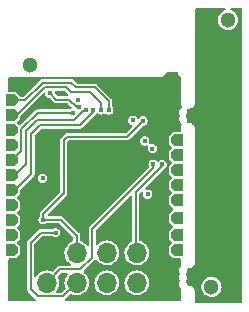
<source format=gbr>
%TF.GenerationSoftware,KiCad,Pcbnew,(5.99.0-10506-gb986797469)*%
%TF.CreationDate,2021-10-07T12:38:36+02:00*%
%TF.ProjectId,ESP31_V2,45535033-315f-4563-922e-6b696361645f,rev?*%
%TF.SameCoordinates,Original*%
%TF.FileFunction,Copper,L4,Bot*%
%TF.FilePolarity,Positive*%
%FSLAX46Y46*%
G04 Gerber Fmt 4.6, Leading zero omitted, Abs format (unit mm)*
G04 Created by KiCad (PCBNEW (5.99.0-10506-gb986797469)) date 2021-10-07 12:38:36*
%MOMM*%
%LPD*%
G01*
G04 APERTURE LIST*
G04 Aperture macros list*
%AMOutline5P*
0 Free polygon, 5 corners , with rotation*
0 The origin of the aperture is its center*
0 number of corners: always 8*
0 $1 to $10 corner X, Y*
0 $11 Rotation angle, in degrees counterclockwise*
0 create outline with 8 corners*
4,1,5,$1,$2,$3,$4,$5,$6,$7,$8,$9,$10,$1,$2,$11*%
%AMOutline6P*
0 Free polygon, 6 corners , with rotation*
0 The origin of the aperture is its center*
0 number of corners: always 6*
0 $1 to $12 corner X, Y*
0 $13 Rotation angle, in degrees counterclockwise*
0 create outline with 6 corners*
4,1,6,$1,$2,$3,$4,$5,$6,$7,$8,$9,$10,$11,$12,$1,$2,$13*%
%AMOutline7P*
0 Free polygon, 7 corners , with rotation*
0 The origin of the aperture is its center*
0 number of corners: always 7*
0 $1 to $14 corner X, Y*
0 $15 Rotation angle, in degrees counterclockwise*
0 create outline with 7 corners*
4,1,7,$1,$2,$3,$4,$5,$6,$7,$8,$9,$10,$11,$12,$13,$14,$1,$2,$15*%
%AMOutline8P*
0 Free polygon, 8 corners , with rotation*
0 The origin of the aperture is its center*
0 number of corners: always 8*
0 $1 to $16 corner X, Y*
0 $17 Rotation angle, in degrees counterclockwise*
0 create outline with 8 corners*
4,1,8,$1,$2,$3,$4,$5,$6,$7,$8,$9,$10,$11,$12,$13,$14,$15,$16,$1,$2,$17*%
G04 Aperture macros list end*
%TA.AperFunction,ComponentPad*%
%ADD10Outline6P,0.250000X-0.500000X-0.500000X-0.500000X-0.500000X0.500000X0.250000X0.500000X0.500000X0.250000X0.500000X-0.250000X180.000000*%
%TD*%
%TA.AperFunction,ComponentPad*%
%ADD11Outline6P,0.250000X-0.500000X-0.500000X-0.500000X-0.500000X0.500000X0.250000X0.500000X0.500000X0.250000X0.500000X-0.250000X0.000000*%
%TD*%
%TA.AperFunction,WasherPad*%
%ADD12C,1.300000*%
%TD*%
%TA.AperFunction,ComponentPad*%
%ADD13R,0.900000X0.500000*%
%TD*%
%TA.AperFunction,ComponentPad*%
%ADD14R,1.700000X1.700000*%
%TD*%
%TA.AperFunction,ComponentPad*%
%ADD15O,1.700000X1.700000*%
%TD*%
%TA.AperFunction,ViaPad*%
%ADD16C,0.400000*%
%TD*%
%TA.AperFunction,Conductor*%
%ADD17C,0.200000*%
%TD*%
G04 APERTURE END LIST*
D10*
%TO.P,J10,1,Pin_1*%
%TO.N,/IO5*%
X118500000Y-107780000D03*
%TD*%
%TO.P,J15,1,Pin_1*%
%TO.N,/IO21*%
X118500000Y-101180000D03*
%TD*%
%TO.P,J12,1,Pin_1*%
%TO.N,/IO10*%
X118500000Y-109230000D03*
%TD*%
D11*
%TO.P,J23,1,Pin_1*%
%TO.N,/IO34*%
X104500000Y-102870000D03*
%TD*%
D10*
%TO.P,J14,1,Pin_1*%
%TO.N,/IO19*%
X118500000Y-103720000D03*
%TD*%
%TO.P,J11,1,Pin_1*%
%TO.N,/IO9*%
X118500000Y-110500000D03*
%TD*%
%TO.P,J17,1,Pin_1*%
%TO.N,/IO23*%
X118500000Y-104990000D03*
%TD*%
D11*
%TO.P,J24,1,Pin_1*%
%TO.N,/IO35*%
X104500000Y-100330000D03*
%TD*%
D12*
%TO.P,REF\u002A\u002A,*%
%TO.N,*%
X106000000Y-94800000D03*
%TD*%
D11*
%TO.P,J18,1,Pin_1*%
%TO.N,/IO25*%
X104500000Y-107950000D03*
%TD*%
D12*
%TO.P,,*%
%TO.N,*%
X122800000Y-91000000D03*
%TD*%
D11*
%TO.P,J20,1,Pin_1*%
%TO.N,/IO27*%
X104500000Y-110490000D03*
%TD*%
%TO.P,J22,1,Pin_1*%
%TO.N,/IO33*%
X104500000Y-106680000D03*
%TD*%
%TO.P,J19,1,Pin_1*%
%TO.N,/IO26*%
X104500000Y-109220000D03*
%TD*%
D10*
%TO.P,J13,1,Pin_1*%
%TO.N,/IO18*%
X118500000Y-106260000D03*
%TD*%
D13*
%TO.P,AE1,2,Shield*%
%TO.N,GND*%
X118150000Y-95625000D03*
%TD*%
D11*
%TO.P,J5,1,Pin_1*%
%TO.N,/CAPN*%
X104500000Y-105410000D03*
%TD*%
%TO.P,J6,1,Pin_1*%
%TO.N,/SENS_VN*%
X104500000Y-104140000D03*
%TD*%
D10*
%TO.P,J16,1,Pin_1*%
%TO.N,/IO22*%
X118500000Y-102450000D03*
%TD*%
D12*
%TO.P,,*%
%TO.N,*%
X121400000Y-113600000D03*
%TD*%
D11*
%TO.P,J3,1,Pin_1*%
%TO.N,/SENS_VP*%
X104500000Y-97790000D03*
%TD*%
%TO.P,J21,1,Pin_1*%
%TO.N,/IO32*%
X104500000Y-101600000D03*
%TD*%
%TO.P,J4,1,Pin_1*%
%TO.N,/CAPP*%
X104500000Y-99060000D03*
%TD*%
D14*
%TO.P,J1,1,Pin_1*%
%TO.N,GND*%
X107460000Y-110725000D03*
D15*
%TO.P,J1,2,Pin_2*%
%TO.N,/IO1*%
X107460000Y-113265000D03*
%TO.P,J1,3,Pin_3*%
%TO.N,/IO2*%
X110000000Y-110725000D03*
%TO.P,J1,4,Pin_4*%
%TO.N,/IO4*%
X110000000Y-113265000D03*
%TO.P,J1,5,Pin_5*%
%TO.N,/IO0*%
X112540000Y-110725000D03*
%TO.P,J1,6,Pin_6*%
%TO.N,/EN*%
X112540000Y-113265000D03*
%TO.P,J1,7,Pin_7*%
%TO.N,/IO3*%
X115080000Y-110725000D03*
%TO.P,J1,8,Pin_8*%
%TO.N,+3V3*%
X115080000Y-113265000D03*
%TD*%
D16*
%TO.N,GND*%
X117350000Y-96150000D03*
X116130000Y-97680000D03*
X105200000Y-96200000D03*
X109100000Y-109150000D03*
X113900000Y-97100000D03*
X104550000Y-96200000D03*
X113550000Y-96200000D03*
X111840000Y-112000000D03*
X114850000Y-98150000D03*
X108580000Y-107330000D03*
X118500000Y-98500000D03*
X116530000Y-97200000D03*
X116750000Y-96050000D03*
X111500000Y-103000000D03*
X106650000Y-98200000D03*
X108508800Y-97256600D03*
X104500000Y-113750000D03*
X110500000Y-102000000D03*
X108740000Y-113670000D03*
X118500000Y-97750000D03*
X106050000Y-96200000D03*
X118500000Y-100000000D03*
X115350000Y-96050000D03*
X116750000Y-96600000D03*
X115150000Y-96600000D03*
X112500000Y-102000000D03*
X112500000Y-104000000D03*
X118500000Y-96250000D03*
X111750000Y-96200000D03*
X118500000Y-99250000D03*
X114503200Y-96800000D03*
X114400000Y-96200000D03*
X113374500Y-97587566D03*
X110150000Y-96200000D03*
X118500000Y-112750000D03*
X104500000Y-112750000D03*
X118500000Y-97000000D03*
X110500000Y-104000000D03*
X110810000Y-109140000D03*
X118500000Y-113750000D03*
X115450000Y-98050000D03*
X114450000Y-98700000D03*
%TO.N,/EN*%
X107725000Y-97227600D03*
X110162095Y-98373291D03*
%TO.N,+3V3*%
X110124000Y-97775000D03*
X114750000Y-99500000D03*
X116396800Y-101896800D03*
X115750000Y-101250000D03*
X107100000Y-104400000D03*
X116000000Y-105750000D03*
%TO.N,/IO1*%
X116464297Y-103214297D03*
%TO.N,/IO2*%
X107150980Y-107900000D03*
X115590000Y-99560000D03*
%TO.N,/IO4*%
X108200000Y-109000000D03*
%TO.N,/IO3*%
X117211935Y-103241894D03*
%TO.N,/SENS_VN*%
X110808929Y-98625870D03*
%TO.N,/SENS_VP*%
X112700500Y-98625000D03*
%TO.N,/CAPP*%
X112057502Y-98617052D03*
%TO.N,/CAPN*%
X111408098Y-98605879D03*
%TO.N,/IO34*%
X109668798Y-98858724D03*
%TD*%
D17*
%TO.N,/EN*%
X109983014Y-98373291D02*
X109359723Y-97750000D01*
X108253511Y-97756111D02*
X107725000Y-97227600D01*
X110162095Y-98373291D02*
X109983014Y-98373291D01*
X108748566Y-97756111D02*
X108253511Y-97756111D01*
X108754677Y-97750000D02*
X108748566Y-97756111D01*
X109359723Y-97750000D02*
X108754677Y-97750000D01*
%TO.N,/IO1*%
X111309511Y-108690489D02*
X111310000Y-108690000D01*
X108609511Y-112115489D02*
X110310788Y-112115489D01*
X110310788Y-112115489D02*
X111309511Y-111116766D01*
X111309511Y-108690489D02*
X116464297Y-103535703D01*
X111309511Y-111116766D02*
X111309511Y-108690489D01*
X107460000Y-113265000D02*
X108609511Y-112115489D01*
X116464297Y-103535703D02*
X116464297Y-103214297D01*
%TO.N,/IO2*%
X110000000Y-109279323D02*
X110000000Y-110725000D01*
X107150980Y-107449020D02*
X107150980Y-107900000D01*
X115590000Y-99560000D02*
X114270000Y-100880000D01*
X108620677Y-107900000D02*
X110000000Y-109279323D01*
X107150980Y-107900000D02*
X108620677Y-107900000D01*
X108910000Y-101180000D02*
X108910000Y-105690000D01*
X108910000Y-105690000D02*
X107150980Y-107449020D01*
X109210000Y-100880000D02*
X108910000Y-101180000D01*
X114270000Y-100880000D02*
X109210000Y-100880000D01*
%TO.N,/IO4*%
X106080000Y-109865880D02*
X106080000Y-113800000D01*
X108200000Y-109000000D02*
X106945880Y-109000000D01*
X108850489Y-114414511D02*
X110000000Y-113265000D01*
X106945880Y-109000000D02*
X106080000Y-109865880D01*
X106694511Y-114414511D02*
X108850489Y-114414511D01*
X106080000Y-113800000D02*
X106694511Y-114414511D01*
%TO.N,/IO3*%
X117211935Y-103353071D02*
X115000000Y-105565006D01*
X117211935Y-103241894D02*
X117211935Y-103353071D01*
X115000000Y-110645000D02*
X115080000Y-110725000D01*
X115000000Y-105565006D02*
X115000000Y-110645000D01*
%TO.N,/SENS_VN*%
X106658201Y-99466799D02*
X105699040Y-100425960D01*
X105699040Y-103200960D02*
X104760000Y-104140000D01*
X110808929Y-98625870D02*
X110640929Y-98625870D01*
X104760000Y-104140000D02*
X104500000Y-104140000D01*
X109800000Y-99466799D02*
X106658201Y-99466799D01*
X105699040Y-100425960D02*
X105699040Y-103200960D01*
X110640929Y-98625870D02*
X109800000Y-99466799D01*
%TO.N,/SENS_VP*%
X111499511Y-96699511D02*
X110199511Y-96699511D01*
X105610000Y-97790000D02*
X104500000Y-97790000D01*
X107100000Y-96300000D02*
X105610000Y-97790000D01*
X109510723Y-96300000D02*
X107100000Y-96300000D01*
X112700500Y-98625000D02*
X112700500Y-97900500D01*
X110199511Y-96699511D02*
X109910234Y-96699511D01*
X109910234Y-96699511D02*
X109510723Y-96300000D01*
X112700500Y-97900500D02*
X111499511Y-96699511D01*
X110325511Y-96699511D02*
X110199511Y-96699511D01*
%TO.N,/CAPP*%
X109499030Y-97099030D02*
X109099520Y-96699520D01*
X111099031Y-97099031D02*
X109499030Y-97099030D01*
X107265486Y-96699520D02*
X104905006Y-99060000D01*
X104905006Y-99060000D02*
X104500000Y-99060000D01*
X109099520Y-96699520D02*
X107265486Y-96699520D01*
X112057502Y-98617052D02*
X112057502Y-98057502D01*
X112057502Y-98057502D02*
X111099031Y-97099031D01*
%TO.N,/CAPN*%
X104765000Y-105410000D02*
X106125000Y-104050000D01*
X106125000Y-104050000D02*
X106125000Y-100675000D01*
X106875000Y-99925000D02*
X110249076Y-99925000D01*
X106125000Y-100675000D02*
X106875000Y-99925000D01*
X110249076Y-99925000D02*
X111408098Y-98765978D01*
X104500000Y-105410000D02*
X104765000Y-105410000D01*
X111408098Y-98765978D02*
X111408098Y-98605879D01*
%TO.N,/IO34*%
X106701270Y-98858724D02*
X105299521Y-100260473D01*
X105299521Y-100260473D02*
X105299520Y-102070480D01*
X109668798Y-98858724D02*
X106701270Y-98858724D01*
X105299520Y-102070480D02*
X104500000Y-102870000D01*
%TD*%
%TA.AperFunction,Conductor*%
%TO.N,GND*%
G36*
X118417774Y-95418907D02*
G01*
X118428869Y-95428286D01*
X118770286Y-95762806D01*
X118798618Y-95817036D01*
X118800000Y-95833520D01*
X118800000Y-97946418D01*
X118798228Y-97965063D01*
X118794329Y-97985395D01*
X118795693Y-98022681D01*
X118796157Y-98035375D01*
X118793067Y-98035488D01*
X118793232Y-98037213D01*
X118795457Y-98037080D01*
X118795457Y-98037082D01*
X118797360Y-98069002D01*
X118797466Y-98071202D01*
X118798553Y-98100909D01*
X118799467Y-98104335D01*
X118799689Y-98108052D01*
X118801265Y-98113421D01*
X118801266Y-98113424D01*
X118807806Y-98135697D01*
X118808467Y-98138057D01*
X118816842Y-98169434D01*
X118813845Y-98170234D01*
X118814175Y-98172146D01*
X118818164Y-98170974D01*
X118818165Y-98170975D01*
X118834816Y-98227683D01*
X118835009Y-98228619D01*
X118834443Y-98234073D01*
X118845714Y-98265419D01*
X118847537Y-98271008D01*
X118852389Y-98287532D01*
X118855099Y-98292379D01*
X118855883Y-98294245D01*
X118856604Y-98295708D01*
X118858499Y-98300976D01*
X118861526Y-98305686D01*
X118861527Y-98305688D01*
X118867700Y-98315294D01*
X118870822Y-98320497D01*
X118885250Y-98346298D01*
X118897149Y-98406315D01*
X118871499Y-98461864D01*
X118852546Y-98477785D01*
X118760744Y-98537061D01*
X118755679Y-98543486D01*
X118755678Y-98543487D01*
X118731855Y-98573707D01*
X118688473Y-98628737D01*
X118685763Y-98636455D01*
X118685761Y-98636458D01*
X118661443Y-98705706D01*
X118649794Y-98738879D01*
X118648877Y-98855612D01*
X118685821Y-98966349D01*
X118690785Y-98972854D01*
X118690786Y-98972855D01*
X118742284Y-99040333D01*
X118762558Y-99098062D01*
X118741332Y-99161685D01*
X118688473Y-99228737D01*
X118685763Y-99236455D01*
X118685761Y-99236458D01*
X118652505Y-99331159D01*
X118649794Y-99338879D01*
X118648877Y-99455612D01*
X118685821Y-99566349D01*
X118690785Y-99572854D01*
X118690786Y-99572855D01*
X118712519Y-99601331D01*
X118756644Y-99659148D01*
X118763448Y-99663694D01*
X118853487Y-99723857D01*
X118891366Y-99771907D01*
X118893768Y-99833045D01*
X118884808Y-99854642D01*
X118870942Y-99879337D01*
X118867903Y-99884391D01*
X118861603Y-99894193D01*
X118861601Y-99894197D01*
X118858603Y-99898862D01*
X118856717Y-99904078D01*
X118855811Y-99905911D01*
X118855182Y-99907405D01*
X118852443Y-99912283D01*
X118850867Y-99917652D01*
X118850864Y-99917658D01*
X118847645Y-99928621D01*
X118845758Y-99934387D01*
X118838278Y-99955076D01*
X118838277Y-99955081D01*
X118834488Y-99965562D01*
X118835061Y-99971175D01*
X118834844Y-99972221D01*
X118818219Y-100028841D01*
X118815264Y-100027973D01*
X118814873Y-100029664D01*
X118817014Y-100030239D01*
X118808707Y-100061145D01*
X118808093Y-100063327D01*
X118799744Y-100091763D01*
X118799527Y-100095303D01*
X118798560Y-100098899D01*
X118798355Y-100104498D01*
X118798355Y-100104500D01*
X118797507Y-100127699D01*
X118797388Y-100130137D01*
X118795397Y-100162555D01*
X118792301Y-100162365D01*
X118792008Y-100164283D01*
X118796164Y-100164435D01*
X118794336Y-100214413D01*
X118796770Y-100227223D01*
X118798261Y-100235074D01*
X118800000Y-100253551D01*
X118800000Y-100380500D01*
X118781093Y-100438691D01*
X118731593Y-100474655D01*
X118701000Y-100479500D01*
X118166950Y-100479500D01*
X117799500Y-100846950D01*
X117799500Y-101513050D01*
X118031446Y-101744996D01*
X118059223Y-101799513D01*
X118049652Y-101859945D01*
X118031446Y-101885004D01*
X117799500Y-102116950D01*
X117799500Y-102783050D01*
X118031446Y-103014996D01*
X118059223Y-103069513D01*
X118049652Y-103129945D01*
X118031446Y-103155004D01*
X117799500Y-103386950D01*
X117799500Y-104053050D01*
X118031446Y-104284996D01*
X118059223Y-104339513D01*
X118049652Y-104399945D01*
X118031446Y-104425004D01*
X117799500Y-104656950D01*
X117799500Y-105323050D01*
X118031446Y-105554996D01*
X118059223Y-105609513D01*
X118049652Y-105669945D01*
X118031446Y-105695004D01*
X117799500Y-105926950D01*
X117799500Y-106593050D01*
X118156446Y-106949996D01*
X118184223Y-107004513D01*
X118174652Y-107064945D01*
X118156446Y-107090004D01*
X117799500Y-107446950D01*
X117799500Y-108113050D01*
X118121446Y-108434996D01*
X118149223Y-108489513D01*
X118139652Y-108549945D01*
X118121446Y-108575004D01*
X117799500Y-108896950D01*
X117799500Y-109563050D01*
X118031446Y-109794996D01*
X118059223Y-109849513D01*
X118049652Y-109909945D01*
X118031446Y-109935004D01*
X117799500Y-110166950D01*
X117799500Y-110833050D01*
X118166950Y-111200500D01*
X118701000Y-111200500D01*
X118759191Y-111219407D01*
X118795155Y-111268907D01*
X118800000Y-111299500D01*
X118800000Y-111446418D01*
X118798228Y-111465063D01*
X118794329Y-111485395D01*
X118794534Y-111490994D01*
X118796157Y-111535375D01*
X118793067Y-111535488D01*
X118793232Y-111537213D01*
X118795457Y-111537080D01*
X118795457Y-111537082D01*
X118797360Y-111569002D01*
X118797466Y-111571202D01*
X118798553Y-111600909D01*
X118799467Y-111604335D01*
X118799689Y-111608052D01*
X118801265Y-111613421D01*
X118801266Y-111613424D01*
X118807806Y-111635697D01*
X118808467Y-111638057D01*
X118816842Y-111669434D01*
X118813845Y-111670234D01*
X118814175Y-111672146D01*
X118818164Y-111670974D01*
X118818165Y-111670975D01*
X118834816Y-111727683D01*
X118835009Y-111728619D01*
X118834443Y-111734073D01*
X118845714Y-111765419D01*
X118847537Y-111771008D01*
X118852389Y-111787533D01*
X118851154Y-111787896D01*
X118855744Y-111842741D01*
X118824034Y-111895068D01*
X118813070Y-111903275D01*
X118760744Y-111937061D01*
X118688473Y-112028737D01*
X118685763Y-112036455D01*
X118685761Y-112036458D01*
X118654424Y-112125695D01*
X118649794Y-112138879D01*
X118649656Y-112156484D01*
X118649059Y-112232488D01*
X118648877Y-112255612D01*
X118685821Y-112366349D01*
X118690785Y-112372854D01*
X118690786Y-112372855D01*
X118742284Y-112440333D01*
X118762558Y-112498062D01*
X118741332Y-112561685D01*
X118688473Y-112628737D01*
X118685763Y-112636455D01*
X118685761Y-112636458D01*
X118652808Y-112730297D01*
X118649794Y-112738879D01*
X118648877Y-112855612D01*
X118685821Y-112966349D01*
X118690785Y-112972854D01*
X118690786Y-112972855D01*
X118742284Y-113040333D01*
X118762558Y-113098062D01*
X118741332Y-113161685D01*
X118688473Y-113228737D01*
X118685763Y-113236455D01*
X118685761Y-113236458D01*
X118652505Y-113331159D01*
X118649794Y-113338879D01*
X118648877Y-113455612D01*
X118685821Y-113566349D01*
X118756644Y-113659148D01*
X118781158Y-113675528D01*
X118789292Y-113680963D01*
X118827171Y-113729013D01*
X118829280Y-113791168D01*
X118818219Y-113828840D01*
X118815264Y-113827972D01*
X118814873Y-113829664D01*
X118817014Y-113830239D01*
X118808707Y-113861145D01*
X118808093Y-113863327D01*
X118799744Y-113891763D01*
X118799527Y-113895303D01*
X118798560Y-113898899D01*
X118798355Y-113904498D01*
X118798355Y-113904500D01*
X118797507Y-113927699D01*
X118797388Y-113930137D01*
X118795397Y-113962555D01*
X118792301Y-113962365D01*
X118792008Y-113964283D01*
X118796164Y-113964435D01*
X118794336Y-114014413D01*
X118795372Y-114019865D01*
X118798261Y-114035074D01*
X118800000Y-114053551D01*
X118800000Y-114701000D01*
X118781093Y-114759191D01*
X118731593Y-114795155D01*
X118701000Y-114800000D01*
X109134229Y-114800000D01*
X109076038Y-114781093D01*
X109040074Y-114731593D01*
X109040074Y-114670407D01*
X109058062Y-114642623D01*
X109055700Y-114640827D01*
X109072445Y-114618806D01*
X109081245Y-114608726D01*
X109447714Y-114242257D01*
X109502231Y-114214480D01*
X109566012Y-114225840D01*
X109573201Y-114229857D01*
X109573206Y-114229859D01*
X109577432Y-114232221D01*
X109683543Y-114266699D01*
X109768742Y-114294382D01*
X109768745Y-114294383D01*
X109773347Y-114295878D01*
X109977895Y-114320269D01*
X109982717Y-114319898D01*
X109982720Y-114319898D01*
X110178458Y-114304837D01*
X110178463Y-114304836D01*
X110183286Y-114304465D01*
X110381695Y-114249068D01*
X110386013Y-114246887D01*
X110561244Y-114158371D01*
X110561246Y-114158370D01*
X110565565Y-114156188D01*
X110727893Y-114029363D01*
X110731055Y-114025700D01*
X110731060Y-114025695D01*
X110824223Y-113917764D01*
X110862496Y-113873424D01*
X110866054Y-113867162D01*
X110961858Y-113698517D01*
X110961859Y-113698514D01*
X110964247Y-113694311D01*
X110968688Y-113680963D01*
X111027743Y-113503435D01*
X111027743Y-113503433D01*
X111029270Y-113498844D01*
X111030133Y-113492018D01*
X111051763Y-113320792D01*
X111055088Y-113294471D01*
X111055131Y-113291440D01*
X111055461Y-113267776D01*
X111055500Y-113265000D01*
X111054055Y-113250263D01*
X111484603Y-113250263D01*
X111488548Y-113297240D01*
X111500809Y-113443257D01*
X111501840Y-113455538D01*
X111503173Y-113460186D01*
X111503173Y-113460187D01*
X111557285Y-113648897D01*
X111557286Y-113648900D01*
X111558621Y-113653555D01*
X111652782Y-113836773D01*
X111780737Y-113998212D01*
X111784417Y-114001344D01*
X111784419Y-114001346D01*
X111836422Y-114045604D01*
X111937612Y-114131723D01*
X111941835Y-114134083D01*
X111941839Y-114134086D01*
X111987243Y-114159461D01*
X112117432Y-114232221D01*
X112122030Y-114233715D01*
X112308742Y-114294382D01*
X112308745Y-114294383D01*
X112313347Y-114295878D01*
X112517895Y-114320269D01*
X112522717Y-114319898D01*
X112522720Y-114319898D01*
X112718458Y-114304837D01*
X112718463Y-114304836D01*
X112723286Y-114304465D01*
X112921695Y-114249068D01*
X112926013Y-114246887D01*
X113101244Y-114158371D01*
X113101246Y-114158370D01*
X113105565Y-114156188D01*
X113267893Y-114029363D01*
X113271055Y-114025700D01*
X113271060Y-114025695D01*
X113364223Y-113917764D01*
X113402496Y-113873424D01*
X113406054Y-113867162D01*
X113501858Y-113698517D01*
X113501859Y-113698514D01*
X113504247Y-113694311D01*
X113508688Y-113680963D01*
X113567743Y-113503435D01*
X113567743Y-113503433D01*
X113569270Y-113498844D01*
X113570133Y-113492018D01*
X113591763Y-113320792D01*
X113595088Y-113294471D01*
X113595131Y-113291440D01*
X113595461Y-113267776D01*
X113595500Y-113265000D01*
X113594055Y-113250263D01*
X114024603Y-113250263D01*
X114028548Y-113297240D01*
X114040809Y-113443257D01*
X114041840Y-113455538D01*
X114043173Y-113460186D01*
X114043173Y-113460187D01*
X114097285Y-113648897D01*
X114097286Y-113648900D01*
X114098621Y-113653555D01*
X114192782Y-113836773D01*
X114320737Y-113998212D01*
X114324417Y-114001344D01*
X114324419Y-114001346D01*
X114376422Y-114045604D01*
X114477612Y-114131723D01*
X114481835Y-114134083D01*
X114481839Y-114134086D01*
X114527243Y-114159461D01*
X114657432Y-114232221D01*
X114662030Y-114233715D01*
X114848742Y-114294382D01*
X114848745Y-114294383D01*
X114853347Y-114295878D01*
X115057895Y-114320269D01*
X115062717Y-114319898D01*
X115062720Y-114319898D01*
X115258458Y-114304837D01*
X115258463Y-114304836D01*
X115263286Y-114304465D01*
X115461695Y-114249068D01*
X115466013Y-114246887D01*
X115641244Y-114158371D01*
X115641246Y-114158370D01*
X115645565Y-114156188D01*
X115807893Y-114029363D01*
X115811055Y-114025700D01*
X115811060Y-114025695D01*
X115904223Y-113917764D01*
X115942496Y-113873424D01*
X115946054Y-113867162D01*
X116041858Y-113698517D01*
X116041859Y-113698514D01*
X116044247Y-113694311D01*
X116048688Y-113680963D01*
X116107743Y-113503435D01*
X116107743Y-113503433D01*
X116109270Y-113498844D01*
X116110133Y-113492018D01*
X116131763Y-113320792D01*
X116135088Y-113294471D01*
X116135131Y-113291440D01*
X116135461Y-113267776D01*
X116135500Y-113265000D01*
X116133584Y-113245455D01*
X116115870Y-113064796D01*
X116115869Y-113064792D01*
X116115398Y-113059986D01*
X116112493Y-113050362D01*
X116057256Y-112867412D01*
X116055858Y-112862780D01*
X115959148Y-112680895D01*
X115828952Y-112521259D01*
X115803824Y-112500471D01*
X115673955Y-112393034D01*
X115673953Y-112393033D01*
X115670228Y-112389951D01*
X115489023Y-112291973D01*
X115425952Y-112272449D01*
X115296859Y-112232488D01*
X115296855Y-112232487D01*
X115292238Y-112231058D01*
X115287431Y-112230553D01*
X115287427Y-112230552D01*
X115092185Y-112210032D01*
X115092183Y-112210032D01*
X115087369Y-112209526D01*
X115019372Y-112215714D01*
X114887039Y-112227757D01*
X114887036Y-112227758D01*
X114882219Y-112228196D01*
X114877577Y-112229562D01*
X114877573Y-112229563D01*
X114689250Y-112284989D01*
X114689247Y-112284990D01*
X114684603Y-112286357D01*
X114644593Y-112307274D01*
X114506344Y-112379548D01*
X114506340Y-112379551D01*
X114502047Y-112381795D01*
X114498271Y-112384831D01*
X114498268Y-112384833D01*
X114429240Y-112440333D01*
X114341505Y-112510874D01*
X114268736Y-112597597D01*
X114212202Y-112664971D01*
X114212199Y-112664975D01*
X114209093Y-112668677D01*
X114109853Y-112849194D01*
X114047565Y-113045549D01*
X114047025Y-113050361D01*
X114047025Y-113050362D01*
X114041136Y-113102870D01*
X114024603Y-113250263D01*
X113594055Y-113250263D01*
X113593584Y-113245455D01*
X113575870Y-113064796D01*
X113575869Y-113064792D01*
X113575398Y-113059986D01*
X113572493Y-113050362D01*
X113517256Y-112867412D01*
X113515858Y-112862780D01*
X113419148Y-112680895D01*
X113288952Y-112521259D01*
X113263824Y-112500471D01*
X113133955Y-112393034D01*
X113133953Y-112393033D01*
X113130228Y-112389951D01*
X112949023Y-112291973D01*
X112885952Y-112272449D01*
X112756859Y-112232488D01*
X112756855Y-112232487D01*
X112752238Y-112231058D01*
X112747431Y-112230553D01*
X112747427Y-112230552D01*
X112552185Y-112210032D01*
X112552183Y-112210032D01*
X112547369Y-112209526D01*
X112479372Y-112215714D01*
X112347039Y-112227757D01*
X112347036Y-112227758D01*
X112342219Y-112228196D01*
X112337577Y-112229562D01*
X112337573Y-112229563D01*
X112149250Y-112284989D01*
X112149247Y-112284990D01*
X112144603Y-112286357D01*
X112104593Y-112307274D01*
X111966344Y-112379548D01*
X111966340Y-112379551D01*
X111962047Y-112381795D01*
X111958271Y-112384831D01*
X111958268Y-112384833D01*
X111889240Y-112440333D01*
X111801505Y-112510874D01*
X111728736Y-112597597D01*
X111672202Y-112664971D01*
X111672199Y-112664975D01*
X111669093Y-112668677D01*
X111569853Y-112849194D01*
X111507565Y-113045549D01*
X111507025Y-113050361D01*
X111507025Y-113050362D01*
X111501136Y-113102870D01*
X111484603Y-113250263D01*
X111054055Y-113250263D01*
X111053584Y-113245455D01*
X111035870Y-113064796D01*
X111035869Y-113064792D01*
X111035398Y-113059986D01*
X111032493Y-113050362D01*
X110977256Y-112867412D01*
X110975858Y-112862780D01*
X110879148Y-112680895D01*
X110748952Y-112521259D01*
X110723824Y-112500471D01*
X110603501Y-112400931D01*
X110570716Y-112349270D01*
X110574558Y-112288205D01*
X110596602Y-112254646D01*
X111485150Y-111366098D01*
X111487528Y-111364046D01*
X111491658Y-111362027D01*
X111521623Y-111329724D01*
X111524200Y-111327048D01*
X111530745Y-111320503D01*
X111585262Y-111292726D01*
X111645694Y-111302297D01*
X111678335Y-111329013D01*
X111780737Y-111458212D01*
X111784417Y-111461344D01*
X111784419Y-111461346D01*
X111820843Y-111492345D01*
X111937612Y-111591723D01*
X111941835Y-111594083D01*
X111941839Y-111594086D01*
X111993058Y-111622711D01*
X112117432Y-111692221D01*
X112122030Y-111693715D01*
X112308742Y-111754382D01*
X112308745Y-111754383D01*
X112313347Y-111755878D01*
X112517895Y-111780269D01*
X112522717Y-111779898D01*
X112522720Y-111779898D01*
X112718458Y-111764837D01*
X112718463Y-111764836D01*
X112723286Y-111764465D01*
X112921695Y-111709068D01*
X112952633Y-111693440D01*
X113101244Y-111618371D01*
X113101246Y-111618370D01*
X113105565Y-111616188D01*
X113267893Y-111489363D01*
X113271055Y-111485700D01*
X113271060Y-111485695D01*
X113355123Y-111388306D01*
X113402496Y-111333424D01*
X113409837Y-111320503D01*
X113501858Y-111158517D01*
X113501859Y-111158514D01*
X113504247Y-111154311D01*
X113519355Y-111108897D01*
X113567743Y-110963435D01*
X113567743Y-110963433D01*
X113569270Y-110958844D01*
X113574154Y-110920187D01*
X113594740Y-110757225D01*
X113595088Y-110754471D01*
X113595500Y-110725000D01*
X113575398Y-110519986D01*
X113572493Y-110510362D01*
X113517256Y-110327412D01*
X113515858Y-110322780D01*
X113419148Y-110140895D01*
X113288952Y-109981259D01*
X113264892Y-109961355D01*
X113133955Y-109853034D01*
X113133953Y-109853033D01*
X113130228Y-109849951D01*
X113004229Y-109781823D01*
X112953277Y-109754273D01*
X112953276Y-109754272D01*
X112949023Y-109751973D01*
X112857187Y-109723545D01*
X112756859Y-109692488D01*
X112756855Y-109692487D01*
X112752238Y-109691058D01*
X112747431Y-109690553D01*
X112747427Y-109690552D01*
X112552185Y-109670032D01*
X112552183Y-109670032D01*
X112547369Y-109669526D01*
X112479372Y-109675714D01*
X112347039Y-109687757D01*
X112347036Y-109687758D01*
X112342219Y-109688196D01*
X112337577Y-109689562D01*
X112337573Y-109689563D01*
X112149250Y-109744989D01*
X112149247Y-109744990D01*
X112144603Y-109746357D01*
X112106366Y-109766347D01*
X111966344Y-109839548D01*
X111966340Y-109839551D01*
X111962047Y-109841795D01*
X111958271Y-109844831D01*
X111958268Y-109844833D01*
X111899940Y-109891730D01*
X111801505Y-109970874D01*
X111798396Y-109974579D01*
X111798392Y-109974583D01*
X111784850Y-109990722D01*
X111732962Y-110023146D01*
X111671926Y-110018879D01*
X111625055Y-109979550D01*
X111610011Y-109927087D01*
X111610011Y-108855968D01*
X111628918Y-108797777D01*
X111639007Y-108785964D01*
X114530496Y-105894475D01*
X114585013Y-105866698D01*
X114645445Y-105876269D01*
X114688710Y-105919534D01*
X114699500Y-105964479D01*
X114699500Y-109678613D01*
X114680593Y-109736804D01*
X114646366Y-109766347D01*
X114506344Y-109839548D01*
X114506340Y-109839551D01*
X114502047Y-109841795D01*
X114498271Y-109844831D01*
X114498268Y-109844833D01*
X114439940Y-109891730D01*
X114341505Y-109970874D01*
X114297644Y-110023146D01*
X114212202Y-110124971D01*
X114212199Y-110124975D01*
X114209093Y-110128677D01*
X114109853Y-110309194D01*
X114047565Y-110505549D01*
X114024603Y-110710263D01*
X114041840Y-110915538D01*
X114043173Y-110920186D01*
X114043173Y-110920187D01*
X114070400Y-111015136D01*
X114098621Y-111113555D01*
X114192782Y-111296773D01*
X114320737Y-111458212D01*
X114324417Y-111461344D01*
X114324419Y-111461346D01*
X114360843Y-111492345D01*
X114477612Y-111591723D01*
X114481835Y-111594083D01*
X114481839Y-111594086D01*
X114533058Y-111622711D01*
X114657432Y-111692221D01*
X114662030Y-111693715D01*
X114848742Y-111754382D01*
X114848745Y-111754383D01*
X114853347Y-111755878D01*
X115057895Y-111780269D01*
X115062717Y-111779898D01*
X115062720Y-111779898D01*
X115258458Y-111764837D01*
X115258463Y-111764836D01*
X115263286Y-111764465D01*
X115461695Y-111709068D01*
X115492633Y-111693440D01*
X115641244Y-111618371D01*
X115641246Y-111618370D01*
X115645565Y-111616188D01*
X115807893Y-111489363D01*
X115811055Y-111485700D01*
X115811060Y-111485695D01*
X115895123Y-111388306D01*
X115942496Y-111333424D01*
X115949837Y-111320503D01*
X116041858Y-111158517D01*
X116041859Y-111158514D01*
X116044247Y-111154311D01*
X116059355Y-111108897D01*
X116107743Y-110963435D01*
X116107743Y-110963433D01*
X116109270Y-110958844D01*
X116114154Y-110920187D01*
X116134740Y-110757225D01*
X116135088Y-110754471D01*
X116135500Y-110725000D01*
X116115398Y-110519986D01*
X116112493Y-110510362D01*
X116057256Y-110327412D01*
X116055858Y-110322780D01*
X115959148Y-110140895D01*
X115828952Y-109981259D01*
X115804892Y-109961355D01*
X115673955Y-109853034D01*
X115673953Y-109853033D01*
X115670228Y-109849951D01*
X115544229Y-109781823D01*
X115493277Y-109754273D01*
X115493276Y-109754272D01*
X115489023Y-109751973D01*
X115426555Y-109732636D01*
X115370225Y-109715199D01*
X115320228Y-109679929D01*
X115300500Y-109620626D01*
X115300500Y-105730485D01*
X115319407Y-105672294D01*
X115329496Y-105660481D01*
X115445769Y-105544208D01*
X115500286Y-105516431D01*
X115560718Y-105526002D01*
X115603983Y-105569267D01*
X115613554Y-105629699D01*
X115607180Y-105669945D01*
X115594500Y-105750000D01*
X115595719Y-105757696D01*
X115612984Y-105866698D01*
X115614347Y-105875306D01*
X115617883Y-105882246D01*
X115659783Y-105964479D01*
X115671944Y-105988347D01*
X115761653Y-106078056D01*
X115768590Y-106081591D01*
X115768592Y-106081592D01*
X115867754Y-106132117D01*
X115874694Y-106135653D01*
X115882388Y-106136872D01*
X115882389Y-106136872D01*
X115992304Y-106154281D01*
X116000000Y-106155500D01*
X116007696Y-106154281D01*
X116117611Y-106136872D01*
X116117612Y-106136872D01*
X116125306Y-106135653D01*
X116132246Y-106132117D01*
X116231408Y-106081592D01*
X116231410Y-106081591D01*
X116238347Y-106078056D01*
X116328056Y-105988347D01*
X116340218Y-105964479D01*
X116382117Y-105882246D01*
X116385653Y-105875306D01*
X116387017Y-105866698D01*
X116404281Y-105757696D01*
X116405500Y-105750000D01*
X116385653Y-105624694D01*
X116355507Y-105565529D01*
X116331592Y-105518592D01*
X116331591Y-105518590D01*
X116328056Y-105511653D01*
X116238347Y-105421944D01*
X116231410Y-105418409D01*
X116231408Y-105418408D01*
X116132246Y-105367883D01*
X116125306Y-105364347D01*
X116117612Y-105363128D01*
X116117611Y-105363128D01*
X116007696Y-105345719D01*
X116000000Y-105344500D01*
X115992304Y-105345719D01*
X115879699Y-105363554D01*
X115819267Y-105353983D01*
X115776002Y-105310718D01*
X115766431Y-105250286D01*
X115794208Y-105195769D01*
X117377510Y-103612467D01*
X117402569Y-103594261D01*
X117443343Y-103573486D01*
X117443345Y-103573485D01*
X117450282Y-103569950D01*
X117539991Y-103480241D01*
X117558730Y-103443465D01*
X117594052Y-103374140D01*
X117597588Y-103367200D01*
X117617435Y-103241894D01*
X117603673Y-103155004D01*
X117598807Y-103124283D01*
X117598807Y-103124282D01*
X117597588Y-103116588D01*
X117591931Y-103105486D01*
X117543527Y-103010486D01*
X117543526Y-103010484D01*
X117539991Y-103003547D01*
X117450282Y-102913838D01*
X117443345Y-102910303D01*
X117443343Y-102910302D01*
X117344181Y-102859777D01*
X117337241Y-102856241D01*
X117329547Y-102855022D01*
X117329546Y-102855022D01*
X117219631Y-102837613D01*
X117211935Y-102836394D01*
X117204239Y-102837613D01*
X117094324Y-102855022D01*
X117094323Y-102855022D01*
X117086629Y-102856241D01*
X117079689Y-102859777D01*
X116980527Y-102910302D01*
X116980525Y-102910303D01*
X116973588Y-102913838D01*
X116968082Y-102919344D01*
X116968078Y-102919347D01*
X116921919Y-102965507D01*
X116867403Y-102993285D01*
X116806971Y-102983714D01*
X116781911Y-102965508D01*
X116702644Y-102886241D01*
X116695707Y-102882706D01*
X116695705Y-102882705D01*
X116596543Y-102832180D01*
X116589603Y-102828644D01*
X116581909Y-102827425D01*
X116581908Y-102827425D01*
X116471993Y-102810016D01*
X116464297Y-102808797D01*
X116456601Y-102810016D01*
X116346686Y-102827425D01*
X116346685Y-102827425D01*
X116338991Y-102828644D01*
X116332051Y-102832180D01*
X116232889Y-102882705D01*
X116232887Y-102882706D01*
X116225950Y-102886241D01*
X116136241Y-102975950D01*
X116132706Y-102982887D01*
X116132705Y-102982889D01*
X116088568Y-103069513D01*
X116078644Y-103088991D01*
X116058797Y-103214297D01*
X116078644Y-103339603D01*
X116082179Y-103346541D01*
X116082181Y-103346547D01*
X116098909Y-103379378D01*
X116108480Y-103439811D01*
X116080703Y-103494326D01*
X113600032Y-105974996D01*
X111133867Y-108441161D01*
X111131493Y-108443210D01*
X111127364Y-108445228D01*
X111121147Y-108451930D01*
X111097411Y-108477518D01*
X111094834Y-108480194D01*
X111078042Y-108496986D01*
X111075463Y-108500745D01*
X111073734Y-108502826D01*
X111070171Y-108506883D01*
X111057501Y-108520541D01*
X111057499Y-108520544D01*
X111051284Y-108527244D01*
X111047023Y-108537925D01*
X111036708Y-108557242D01*
X111030207Y-108566718D01*
X111024060Y-108592620D01*
X111019694Y-108606423D01*
X111009829Y-108631150D01*
X111009011Y-108639493D01*
X111009011Y-108644443D01*
X111006540Y-108665562D01*
X111006486Y-108666672D01*
X111004375Y-108675566D01*
X111005608Y-108684623D01*
X111008107Y-108702989D01*
X111009011Y-108716339D01*
X111009011Y-110022099D01*
X110990104Y-110080290D01*
X110940604Y-110116254D01*
X110879418Y-110116254D01*
X110833292Y-110084670D01*
X110752012Y-109985011D01*
X110748952Y-109981259D01*
X110724892Y-109961355D01*
X110593955Y-109853034D01*
X110593953Y-109853033D01*
X110590228Y-109849951D01*
X110464229Y-109781823D01*
X110413277Y-109754273D01*
X110413276Y-109754272D01*
X110409023Y-109751973D01*
X110376718Y-109741973D01*
X110370225Y-109739963D01*
X110320228Y-109704693D01*
X110300500Y-109645390D01*
X110300500Y-109331431D01*
X110300730Y-109328299D01*
X110302223Y-109323951D01*
X110300570Y-109279921D01*
X110300500Y-109276208D01*
X110300500Y-109252477D01*
X110299664Y-109247987D01*
X110299417Y-109245317D01*
X110299068Y-109239926D01*
X110298749Y-109231408D01*
X110298026Y-109212160D01*
X110293486Y-109201592D01*
X110287122Y-109180646D01*
X110286690Y-109178327D01*
X110285017Y-109169344D01*
X110280222Y-109161566D01*
X110280221Y-109161562D01*
X110271052Y-109146687D01*
X110264368Y-109133820D01*
X110257404Y-109117611D01*
X110253866Y-109109375D01*
X110248545Y-109102897D01*
X110245042Y-109099394D01*
X110231861Y-109082719D01*
X110231113Y-109081894D01*
X110226316Y-109074112D01*
X110204294Y-109057366D01*
X110194215Y-109048567D01*
X108870005Y-107724356D01*
X108867956Y-107721982D01*
X108865938Y-107717853D01*
X108833648Y-107687900D01*
X108830972Y-107685323D01*
X108814180Y-107668531D01*
X108810421Y-107665952D01*
X108808340Y-107664223D01*
X108804283Y-107660660D01*
X108790625Y-107647990D01*
X108790622Y-107647988D01*
X108783922Y-107641773D01*
X108773241Y-107637512D01*
X108753924Y-107627197D01*
X108744448Y-107620696D01*
X108718546Y-107614549D01*
X108704743Y-107610183D01*
X108680016Y-107600318D01*
X108671673Y-107599500D01*
X108666723Y-107599500D01*
X108645604Y-107597029D01*
X108644494Y-107596975D01*
X108635600Y-107594864D01*
X108614202Y-107597776D01*
X108608177Y-107598596D01*
X108594827Y-107599500D01*
X107664479Y-107599500D01*
X107606288Y-107580593D01*
X107570324Y-107531093D01*
X107570324Y-107469907D01*
X107594475Y-107430496D01*
X109085644Y-105939328D01*
X109088018Y-105937279D01*
X109092147Y-105935261D01*
X109099857Y-105926950D01*
X109122100Y-105902971D01*
X109124677Y-105900295D01*
X109141469Y-105883503D01*
X109144048Y-105879744D01*
X109145777Y-105877663D01*
X109149340Y-105873606D01*
X109162010Y-105859948D01*
X109162012Y-105859945D01*
X109168227Y-105853245D01*
X109172488Y-105842564D01*
X109182805Y-105823244D01*
X109184133Y-105821309D01*
X109189304Y-105813771D01*
X109195451Y-105787869D01*
X109199817Y-105774066D01*
X109209682Y-105749339D01*
X109210500Y-105740996D01*
X109210500Y-105736046D01*
X109212971Y-105714927D01*
X109213025Y-105713817D01*
X109215136Y-105704923D01*
X109211404Y-105677500D01*
X109210500Y-105664150D01*
X109210500Y-101345478D01*
X109229407Y-101287287D01*
X109239497Y-101275474D01*
X109264971Y-101250000D01*
X115344500Y-101250000D01*
X115345719Y-101257696D01*
X115359623Y-101345478D01*
X115364347Y-101375306D01*
X115367883Y-101382246D01*
X115397928Y-101441212D01*
X115421944Y-101488347D01*
X115511653Y-101578056D01*
X115518590Y-101581591D01*
X115518592Y-101581592D01*
X115600434Y-101623292D01*
X115624694Y-101635653D01*
X115632388Y-101636872D01*
X115632389Y-101636872D01*
X115722037Y-101651071D01*
X115733882Y-101652947D01*
X115742304Y-101654281D01*
X115750000Y-101655500D01*
X115757696Y-101654281D01*
X115766119Y-101652947D01*
X115777963Y-101651071D01*
X115867611Y-101636872D01*
X115867612Y-101636872D01*
X115875306Y-101635653D01*
X115882246Y-101632117D01*
X115889660Y-101629708D01*
X115890200Y-101631371D01*
X115941216Y-101623292D01*
X115995732Y-101651071D01*
X116023509Y-101705588D01*
X116015429Y-101756600D01*
X116017092Y-101757140D01*
X116014683Y-101764554D01*
X116011147Y-101771494D01*
X115991300Y-101896800D01*
X116011147Y-102022106D01*
X116014683Y-102029046D01*
X116064910Y-102127622D01*
X116068744Y-102135147D01*
X116158453Y-102224856D01*
X116165390Y-102228391D01*
X116165392Y-102228392D01*
X116264554Y-102278917D01*
X116271494Y-102282453D01*
X116279188Y-102283672D01*
X116279189Y-102283672D01*
X116389104Y-102301081D01*
X116396800Y-102302300D01*
X116404496Y-102301081D01*
X116514411Y-102283672D01*
X116514412Y-102283672D01*
X116522106Y-102282453D01*
X116529046Y-102278917D01*
X116628208Y-102228392D01*
X116628210Y-102228391D01*
X116635147Y-102224856D01*
X116724856Y-102135147D01*
X116728691Y-102127622D01*
X116778917Y-102029046D01*
X116782453Y-102022106D01*
X116802300Y-101896800D01*
X116782453Y-101771494D01*
X116749923Y-101707650D01*
X116728392Y-101665392D01*
X116728391Y-101665390D01*
X116724856Y-101658453D01*
X116635147Y-101568744D01*
X116628210Y-101565209D01*
X116628208Y-101565208D01*
X116529046Y-101514683D01*
X116522106Y-101511147D01*
X116514412Y-101509928D01*
X116514411Y-101509928D01*
X116424098Y-101495624D01*
X116396800Y-101491300D01*
X116369502Y-101495624D01*
X116279189Y-101509928D01*
X116279188Y-101509928D01*
X116271494Y-101511147D01*
X116264554Y-101514683D01*
X116257140Y-101517092D01*
X116256600Y-101515429D01*
X116205584Y-101523508D01*
X116151068Y-101495729D01*
X116123291Y-101441212D01*
X116131371Y-101390200D01*
X116129708Y-101389660D01*
X116132117Y-101382246D01*
X116135653Y-101375306D01*
X116140378Y-101345478D01*
X116154281Y-101257696D01*
X116155500Y-101250000D01*
X116144321Y-101179418D01*
X116136872Y-101132389D01*
X116136872Y-101132388D01*
X116135653Y-101124694D01*
X116121004Y-101095943D01*
X116081592Y-101018592D01*
X116081591Y-101018590D01*
X116078056Y-101011653D01*
X115988347Y-100921944D01*
X115981410Y-100918409D01*
X115981408Y-100918408D01*
X115882246Y-100867883D01*
X115875306Y-100864347D01*
X115867612Y-100863128D01*
X115867611Y-100863128D01*
X115757696Y-100845719D01*
X115750000Y-100844500D01*
X115742304Y-100845719D01*
X115632389Y-100863128D01*
X115632388Y-100863128D01*
X115624694Y-100864347D01*
X115617754Y-100867883D01*
X115518592Y-100918408D01*
X115518590Y-100918409D01*
X115511653Y-100921944D01*
X115421944Y-101011653D01*
X115418409Y-101018590D01*
X115418408Y-101018592D01*
X115378996Y-101095943D01*
X115364347Y-101124694D01*
X115363128Y-101132388D01*
X115363128Y-101132389D01*
X115355679Y-101179418D01*
X115344500Y-101250000D01*
X109264971Y-101250000D01*
X109305476Y-101209496D01*
X109359993Y-101181719D01*
X109375479Y-101180500D01*
X114217892Y-101180500D01*
X114221024Y-101180730D01*
X114225372Y-101182223D01*
X114234508Y-101181880D01*
X114269401Y-101180570D01*
X114273115Y-101180500D01*
X114296846Y-101180500D01*
X114301330Y-101179665D01*
X114304004Y-101179418D01*
X114309389Y-101179069D01*
X114328029Y-101178369D01*
X114328030Y-101178369D01*
X114337162Y-101178026D01*
X114345557Y-101174420D01*
X114345559Y-101174419D01*
X114347730Y-101173486D01*
X114368674Y-101167123D01*
X114370168Y-101166844D01*
X114370992Y-101166691D01*
X114370993Y-101166691D01*
X114379979Y-101165017D01*
X114387761Y-101160220D01*
X114387764Y-101160219D01*
X114402636Y-101151052D01*
X114415499Y-101144370D01*
X114439948Y-101133866D01*
X114446426Y-101128545D01*
X114449929Y-101125042D01*
X114466604Y-101111861D01*
X114467429Y-101111113D01*
X114475211Y-101106316D01*
X114491957Y-101084294D01*
X114500756Y-101074215D01*
X115590391Y-99984580D01*
X115644908Y-99956803D01*
X115707611Y-99946872D01*
X115707612Y-99946872D01*
X115715306Y-99945653D01*
X115742457Y-99931819D01*
X115821408Y-99891592D01*
X115821410Y-99891591D01*
X115828347Y-99888056D01*
X115918056Y-99798347D01*
X115938296Y-99758625D01*
X115972117Y-99692246D01*
X115975653Y-99685306D01*
X115980827Y-99652643D01*
X115994281Y-99567696D01*
X115995500Y-99560000D01*
X115987473Y-99509319D01*
X115976872Y-99442389D01*
X115976872Y-99442388D01*
X115975653Y-99434694D01*
X115957976Y-99400000D01*
X115921592Y-99328592D01*
X115921591Y-99328590D01*
X115918056Y-99321653D01*
X115828347Y-99231944D01*
X115821410Y-99228409D01*
X115821408Y-99228408D01*
X115722246Y-99177883D01*
X115715306Y-99174347D01*
X115707612Y-99173128D01*
X115707611Y-99173128D01*
X115597696Y-99155719D01*
X115590000Y-99154500D01*
X115582304Y-99155719D01*
X115472389Y-99173128D01*
X115472388Y-99173128D01*
X115464694Y-99174347D01*
X115457754Y-99177883D01*
X115358592Y-99228408D01*
X115358590Y-99228409D01*
X115351653Y-99231944D01*
X115261944Y-99321653D01*
X115261088Y-99320797D01*
X115217913Y-99352170D01*
X115156727Y-99352174D01*
X115107225Y-99316213D01*
X115099104Y-99302962D01*
X115081592Y-99268592D01*
X115081591Y-99268590D01*
X115078056Y-99261653D01*
X114988347Y-99171944D01*
X114981410Y-99168409D01*
X114981408Y-99168408D01*
X114882246Y-99117883D01*
X114875306Y-99114347D01*
X114867612Y-99113128D01*
X114867611Y-99113128D01*
X114757696Y-99095719D01*
X114750000Y-99094500D01*
X114742304Y-99095719D01*
X114632389Y-99113128D01*
X114632388Y-99113128D01*
X114624694Y-99114347D01*
X114617754Y-99117883D01*
X114518592Y-99168408D01*
X114518590Y-99168409D01*
X114511653Y-99171944D01*
X114421944Y-99261653D01*
X114418409Y-99268590D01*
X114418408Y-99268592D01*
X114378426Y-99347062D01*
X114364347Y-99374694D01*
X114363128Y-99382388D01*
X114363128Y-99382389D01*
X114360339Y-99400000D01*
X114344500Y-99500000D01*
X114345719Y-99507696D01*
X114357985Y-99585136D01*
X114364347Y-99625306D01*
X114367883Y-99632246D01*
X114411245Y-99717348D01*
X114421944Y-99738347D01*
X114511653Y-99828056D01*
X114518590Y-99831591D01*
X114518592Y-99831592D01*
X114617753Y-99882117D01*
X114617756Y-99882118D01*
X114624694Y-99885653D01*
X114632390Y-99886872D01*
X114634046Y-99887410D01*
X114683546Y-99923373D01*
X114702455Y-99981563D01*
X114683549Y-100039754D01*
X114673459Y-100051569D01*
X114174524Y-100550504D01*
X114120007Y-100578281D01*
X114104520Y-100579500D01*
X109262108Y-100579500D01*
X109258976Y-100579270D01*
X109254628Y-100577777D01*
X109245492Y-100578120D01*
X109210599Y-100579430D01*
X109206885Y-100579500D01*
X109183154Y-100579500D01*
X109178670Y-100580335D01*
X109175996Y-100580582D01*
X109170611Y-100580931D01*
X109151971Y-100581631D01*
X109151970Y-100581631D01*
X109142838Y-100581974D01*
X109134443Y-100585580D01*
X109134441Y-100585581D01*
X109132270Y-100586514D01*
X109111326Y-100592877D01*
X109109832Y-100593156D01*
X109109008Y-100593309D01*
X109109007Y-100593309D01*
X109100021Y-100594983D01*
X109092239Y-100599780D01*
X109092236Y-100599781D01*
X109077364Y-100608948D01*
X109064501Y-100615630D01*
X109040052Y-100626134D01*
X109033574Y-100631455D01*
X109030071Y-100634958D01*
X109013395Y-100648139D01*
X109012568Y-100648889D01*
X109004789Y-100653684D01*
X108999258Y-100660958D01*
X108988041Y-100675709D01*
X108979240Y-100685789D01*
X108734358Y-100930671D01*
X108731983Y-100932721D01*
X108727853Y-100934739D01*
X108721635Y-100941442D01*
X108697900Y-100967029D01*
X108695323Y-100969705D01*
X108678531Y-100986497D01*
X108675952Y-100990256D01*
X108674223Y-100992337D01*
X108670660Y-100996394D01*
X108657990Y-101010052D01*
X108657988Y-101010055D01*
X108651773Y-101016755D01*
X108647512Y-101027436D01*
X108637197Y-101046753D01*
X108630696Y-101056229D01*
X108624549Y-101082131D01*
X108620183Y-101095934D01*
X108610318Y-101120661D01*
X108609500Y-101129004D01*
X108609500Y-101133954D01*
X108607029Y-101155073D01*
X108606975Y-101156183D01*
X108604864Y-101165077D01*
X108606816Y-101179418D01*
X108608596Y-101192500D01*
X108609500Y-101205850D01*
X108609500Y-105524521D01*
X108590593Y-105582712D01*
X108580504Y-105594525D01*
X106975336Y-107199692D01*
X106972962Y-107201741D01*
X106968833Y-107203759D01*
X106962616Y-107210461D01*
X106938880Y-107236049D01*
X106936303Y-107238725D01*
X106919511Y-107255517D01*
X106916932Y-107259276D01*
X106915203Y-107261357D01*
X106911640Y-107265414D01*
X106898970Y-107279072D01*
X106898968Y-107279075D01*
X106892753Y-107285775D01*
X106888492Y-107296456D01*
X106878177Y-107315773D01*
X106871676Y-107325249D01*
X106865529Y-107351151D01*
X106861163Y-107364954D01*
X106851298Y-107389681D01*
X106850480Y-107398024D01*
X106850480Y-107402974D01*
X106848009Y-107424093D01*
X106847955Y-107425203D01*
X106845844Y-107434097D01*
X106848756Y-107455495D01*
X106849576Y-107461520D01*
X106850480Y-107474870D01*
X106850480Y-107593631D01*
X106831573Y-107651821D01*
X106828430Y-107656147D01*
X106822924Y-107661653D01*
X106819389Y-107668590D01*
X106819388Y-107668592D01*
X106796570Y-107713376D01*
X106765327Y-107774694D01*
X106745480Y-107900000D01*
X106765327Y-108025306D01*
X106768863Y-108032246D01*
X106810035Y-108113050D01*
X106822924Y-108138347D01*
X106912633Y-108228056D01*
X106919570Y-108231591D01*
X106919572Y-108231592D01*
X106999620Y-108272378D01*
X107025674Y-108285653D01*
X107033368Y-108286872D01*
X107033369Y-108286872D01*
X107143284Y-108304281D01*
X107150980Y-108305500D01*
X107158676Y-108304281D01*
X107268591Y-108286872D01*
X107268592Y-108286872D01*
X107276286Y-108285653D01*
X107302340Y-108272378D01*
X107382388Y-108231592D01*
X107382390Y-108231591D01*
X107389327Y-108228056D01*
X107394833Y-108222550D01*
X107399159Y-108219407D01*
X107457349Y-108200500D01*
X108455198Y-108200500D01*
X108513389Y-108219407D01*
X108525202Y-108229496D01*
X109670504Y-109374798D01*
X109698281Y-109429315D01*
X109699500Y-109444802D01*
X109699500Y-109644366D01*
X109680593Y-109702557D01*
X109628452Y-109739338D01*
X109604603Y-109746357D01*
X109566366Y-109766347D01*
X109426344Y-109839548D01*
X109426340Y-109839551D01*
X109422047Y-109841795D01*
X109418271Y-109844831D01*
X109418268Y-109844833D01*
X109359940Y-109891730D01*
X109261505Y-109970874D01*
X109217644Y-110023146D01*
X109132202Y-110124971D01*
X109132199Y-110124975D01*
X109129093Y-110128677D01*
X109029853Y-110309194D01*
X108967565Y-110505549D01*
X108944603Y-110710263D01*
X108961840Y-110915538D01*
X108963173Y-110920186D01*
X108963173Y-110920187D01*
X108990400Y-111015136D01*
X109018621Y-111113555D01*
X109112782Y-111296773D01*
X109240737Y-111458212D01*
X109244417Y-111461344D01*
X109244419Y-111461346D01*
X109280843Y-111492345D01*
X109397612Y-111591723D01*
X109401835Y-111594083D01*
X109401839Y-111594086D01*
X109465331Y-111629570D01*
X109506903Y-111674463D01*
X109514148Y-111735218D01*
X109484298Y-111788628D01*
X109428755Y-111814293D01*
X109417033Y-111814989D01*
X108661619Y-111814989D01*
X108658487Y-111814759D01*
X108654139Y-111813266D01*
X108645003Y-111813609D01*
X108610110Y-111814919D01*
X108606396Y-111814989D01*
X108582665Y-111814989D01*
X108578181Y-111815824D01*
X108575507Y-111816071D01*
X108570122Y-111816420D01*
X108551482Y-111817120D01*
X108551481Y-111817120D01*
X108542349Y-111817463D01*
X108533954Y-111821069D01*
X108533952Y-111821070D01*
X108531781Y-111822003D01*
X108510837Y-111828366D01*
X108509343Y-111828645D01*
X108508519Y-111828798D01*
X108508518Y-111828798D01*
X108499532Y-111830472D01*
X108491750Y-111835269D01*
X108491747Y-111835270D01*
X108476875Y-111844437D01*
X108464012Y-111851119D01*
X108439563Y-111861623D01*
X108433085Y-111866944D01*
X108429582Y-111870447D01*
X108412907Y-111883628D01*
X108412082Y-111884376D01*
X108404300Y-111889173D01*
X108398768Y-111896448D01*
X108398767Y-111896449D01*
X108387555Y-111911194D01*
X108378755Y-111921274D01*
X108011442Y-112288587D01*
X107956925Y-112316364D01*
X107894351Y-112305668D01*
X107873277Y-112294273D01*
X107873276Y-112294272D01*
X107869023Y-112291973D01*
X107805952Y-112272449D01*
X107676859Y-112232488D01*
X107676855Y-112232487D01*
X107672238Y-112231058D01*
X107667431Y-112230553D01*
X107667427Y-112230552D01*
X107472185Y-112210032D01*
X107472183Y-112210032D01*
X107467369Y-112209526D01*
X107399372Y-112215714D01*
X107267039Y-112227757D01*
X107267036Y-112227758D01*
X107262219Y-112228196D01*
X107257577Y-112229562D01*
X107257573Y-112229563D01*
X107069250Y-112284989D01*
X107069247Y-112284990D01*
X107064603Y-112286357D01*
X107024593Y-112307274D01*
X106886344Y-112379548D01*
X106886340Y-112379551D01*
X106882047Y-112381795D01*
X106878271Y-112384831D01*
X106878268Y-112384833D01*
X106809240Y-112440333D01*
X106721505Y-112510874D01*
X106648736Y-112597597D01*
X106592202Y-112664971D01*
X106592199Y-112664975D01*
X106589093Y-112668677D01*
X106580027Y-112685168D01*
X106566254Y-112710221D01*
X106521652Y-112752105D01*
X106460949Y-112759773D01*
X106407332Y-112730297D01*
X106381281Y-112674935D01*
X106380500Y-112662527D01*
X106380500Y-110031359D01*
X106399407Y-109973168D01*
X106409496Y-109961355D01*
X107041355Y-109329496D01*
X107095872Y-109301719D01*
X107111359Y-109300500D01*
X107893631Y-109300500D01*
X107951821Y-109319407D01*
X107956147Y-109322550D01*
X107961653Y-109328056D01*
X107968590Y-109331591D01*
X107968592Y-109331592D01*
X108067754Y-109382117D01*
X108074694Y-109385653D01*
X108082388Y-109386872D01*
X108082389Y-109386872D01*
X108192304Y-109404281D01*
X108200000Y-109405500D01*
X108207696Y-109404281D01*
X108317611Y-109386872D01*
X108317612Y-109386872D01*
X108325306Y-109385653D01*
X108332246Y-109382117D01*
X108431408Y-109331592D01*
X108431410Y-109331591D01*
X108438347Y-109328056D01*
X108528056Y-109238347D01*
X108536746Y-109221293D01*
X108582117Y-109132246D01*
X108585653Y-109125306D01*
X108605500Y-109000000D01*
X108601176Y-108972702D01*
X108586872Y-108882389D01*
X108586872Y-108882388D01*
X108585653Y-108874694D01*
X108555217Y-108814960D01*
X108531592Y-108768592D01*
X108531591Y-108768590D01*
X108528056Y-108761653D01*
X108438347Y-108671944D01*
X108431410Y-108668409D01*
X108431408Y-108668408D01*
X108332246Y-108617883D01*
X108325306Y-108614347D01*
X108317612Y-108613128D01*
X108317611Y-108613128D01*
X108207696Y-108595719D01*
X108200000Y-108594500D01*
X108192304Y-108595719D01*
X108082389Y-108613128D01*
X108082388Y-108613128D01*
X108074694Y-108614347D01*
X108067754Y-108617883D01*
X107968592Y-108668408D01*
X107968590Y-108668409D01*
X107961653Y-108671944D01*
X107956147Y-108677450D01*
X107951821Y-108680593D01*
X107893631Y-108699500D01*
X106997988Y-108699500D01*
X106994856Y-108699270D01*
X106990508Y-108697777D01*
X106981372Y-108698120D01*
X106946479Y-108699430D01*
X106942765Y-108699500D01*
X106919034Y-108699500D01*
X106914544Y-108700336D01*
X106911874Y-108700583D01*
X106906493Y-108700931D01*
X106894752Y-108701372D01*
X106887850Y-108701631D01*
X106887849Y-108701631D01*
X106878717Y-108701974D01*
X106870322Y-108705580D01*
X106870320Y-108705581D01*
X106868149Y-108706514D01*
X106847204Y-108712878D01*
X106835901Y-108714983D01*
X106828123Y-108719778D01*
X106828119Y-108719779D01*
X106813244Y-108728948D01*
X106800381Y-108735630D01*
X106775932Y-108746134D01*
X106769454Y-108751455D01*
X106765951Y-108754958D01*
X106749276Y-108768139D01*
X106748451Y-108768887D01*
X106740669Y-108773684D01*
X106735137Y-108780959D01*
X106735136Y-108780960D01*
X106723924Y-108795705D01*
X106715124Y-108805785D01*
X105904356Y-109616552D01*
X105901982Y-109618601D01*
X105897853Y-109620619D01*
X105891636Y-109627321D01*
X105867900Y-109652909D01*
X105865323Y-109655585D01*
X105848531Y-109672377D01*
X105845952Y-109676136D01*
X105844223Y-109678217D01*
X105840660Y-109682274D01*
X105827990Y-109695932D01*
X105827988Y-109695935D01*
X105821773Y-109702635D01*
X105817512Y-109713316D01*
X105807197Y-109732633D01*
X105800696Y-109742109D01*
X105794549Y-109768011D01*
X105790183Y-109781814D01*
X105780318Y-109806541D01*
X105779500Y-109814884D01*
X105779500Y-109819834D01*
X105777029Y-109840953D01*
X105776975Y-109842063D01*
X105774864Y-109850957D01*
X105776097Y-109860014D01*
X105778596Y-109878380D01*
X105779500Y-109891730D01*
X105779500Y-113747892D01*
X105779270Y-113751024D01*
X105777777Y-113755372D01*
X105778120Y-113764508D01*
X105779430Y-113799401D01*
X105779500Y-113803115D01*
X105779500Y-113826846D01*
X105780335Y-113831330D01*
X105780582Y-113834004D01*
X105780931Y-113839389D01*
X105781631Y-113858029D01*
X105781974Y-113867162D01*
X105785580Y-113875557D01*
X105785581Y-113875559D01*
X105786514Y-113877730D01*
X105792877Y-113898674D01*
X105794983Y-113909979D01*
X105799780Y-113917761D01*
X105799781Y-113917764D01*
X105808948Y-113932636D01*
X105815630Y-113945499D01*
X105826134Y-113969948D01*
X105831455Y-113976426D01*
X105834958Y-113979929D01*
X105848139Y-113996604D01*
X105848887Y-113997429D01*
X105853684Y-114005211D01*
X105860959Y-114010743D01*
X105860960Y-114010744D01*
X105875705Y-114021956D01*
X105885785Y-114030756D01*
X106445179Y-114590150D01*
X106447231Y-114592528D01*
X106449250Y-114596658D01*
X106455950Y-114602873D01*
X106481553Y-114626623D01*
X106484229Y-114629200D01*
X106486025Y-114630996D01*
X106513802Y-114685513D01*
X106504231Y-114745945D01*
X106460966Y-114789210D01*
X106416021Y-114800000D01*
X104299000Y-114800000D01*
X104240809Y-114781093D01*
X104204845Y-114731593D01*
X104200000Y-114701000D01*
X104200000Y-111289500D01*
X104218907Y-111231309D01*
X104268407Y-111195345D01*
X104299000Y-111190500D01*
X104833050Y-111190500D01*
X105200500Y-110823050D01*
X105200500Y-110156950D01*
X104968554Y-109925004D01*
X104940777Y-109870487D01*
X104950348Y-109810055D01*
X104968554Y-109784996D01*
X105200500Y-109553050D01*
X105200500Y-108886950D01*
X104968554Y-108655004D01*
X104940777Y-108600487D01*
X104950348Y-108540055D01*
X104968554Y-108514996D01*
X105200500Y-108283050D01*
X105200500Y-107616950D01*
X104968554Y-107385004D01*
X104940777Y-107330487D01*
X104950348Y-107270055D01*
X104968554Y-107244996D01*
X105200500Y-107013050D01*
X105200500Y-106346950D01*
X104968554Y-106115004D01*
X104940777Y-106060487D01*
X104950348Y-106000055D01*
X104968554Y-105974996D01*
X105200500Y-105743050D01*
X105200500Y-105440479D01*
X105219407Y-105382288D01*
X105229496Y-105370475D01*
X106199971Y-104400000D01*
X106694500Y-104400000D01*
X106695719Y-104407696D01*
X106704376Y-104462350D01*
X106714347Y-104525306D01*
X106771944Y-104638347D01*
X106861653Y-104728056D01*
X106868590Y-104731591D01*
X106868592Y-104731592D01*
X106953786Y-104775000D01*
X106974694Y-104785653D01*
X106982388Y-104786872D01*
X106982389Y-104786872D01*
X107092304Y-104804281D01*
X107100000Y-104805500D01*
X107107696Y-104804281D01*
X107217611Y-104786872D01*
X107217612Y-104786872D01*
X107225306Y-104785653D01*
X107246214Y-104775000D01*
X107331408Y-104731592D01*
X107331410Y-104731591D01*
X107338347Y-104728056D01*
X107428056Y-104638347D01*
X107485653Y-104525306D01*
X107495625Y-104462350D01*
X107504281Y-104407696D01*
X107505500Y-104400000D01*
X107495920Y-104339513D01*
X107486872Y-104282389D01*
X107486872Y-104282388D01*
X107485653Y-104274694D01*
X107478310Y-104260282D01*
X107431592Y-104168592D01*
X107431591Y-104168590D01*
X107428056Y-104161653D01*
X107338347Y-104071944D01*
X107331410Y-104068409D01*
X107331408Y-104068408D01*
X107232246Y-104017883D01*
X107225306Y-104014347D01*
X107217612Y-104013128D01*
X107217611Y-104013128D01*
X107107696Y-103995719D01*
X107100000Y-103994500D01*
X107092304Y-103995719D01*
X106982389Y-104013128D01*
X106982388Y-104013128D01*
X106974694Y-104014347D01*
X106967754Y-104017883D01*
X106868592Y-104068408D01*
X106868590Y-104068409D01*
X106861653Y-104071944D01*
X106771944Y-104161653D01*
X106768409Y-104168590D01*
X106768408Y-104168592D01*
X106721690Y-104260282D01*
X106714347Y-104274694D01*
X106713128Y-104282388D01*
X106713128Y-104282389D01*
X106704080Y-104339513D01*
X106694500Y-104400000D01*
X106199971Y-104400000D01*
X106300639Y-104299332D01*
X106303017Y-104297280D01*
X106307147Y-104295261D01*
X106337112Y-104262958D01*
X106339689Y-104260282D01*
X106356468Y-104243503D01*
X106359041Y-104239751D01*
X106360763Y-104237679D01*
X106364328Y-104233618D01*
X106377011Y-104219946D01*
X106377011Y-104219945D01*
X106383227Y-104213245D01*
X106386613Y-104204758D01*
X106386615Y-104204755D01*
X106387488Y-104202566D01*
X106397803Y-104183248D01*
X106399133Y-104181309D01*
X106404304Y-104173771D01*
X106410447Y-104147885D01*
X106414821Y-104134056D01*
X106422093Y-104115829D01*
X106422093Y-104115827D01*
X106424682Y-104109339D01*
X106425500Y-104100996D01*
X106425500Y-104096042D01*
X106427970Y-104074937D01*
X106428025Y-104073816D01*
X106430135Y-104064924D01*
X106426404Y-104037509D01*
X106425500Y-104024159D01*
X106425500Y-100840479D01*
X106444407Y-100782288D01*
X106454496Y-100770475D01*
X106970475Y-100254496D01*
X107024992Y-100226719D01*
X107040479Y-100225500D01*
X110196968Y-100225500D01*
X110200100Y-100225730D01*
X110204448Y-100227223D01*
X110213584Y-100226880D01*
X110248477Y-100225570D01*
X110252191Y-100225500D01*
X110275922Y-100225500D01*
X110280406Y-100224665D01*
X110283080Y-100224418D01*
X110288465Y-100224069D01*
X110307105Y-100223369D01*
X110307106Y-100223369D01*
X110316238Y-100223026D01*
X110324633Y-100219420D01*
X110324635Y-100219419D01*
X110326806Y-100218486D01*
X110347750Y-100212123D01*
X110349244Y-100211844D01*
X110350068Y-100211691D01*
X110350069Y-100211691D01*
X110359055Y-100210017D01*
X110366837Y-100205220D01*
X110366840Y-100205219D01*
X110381712Y-100196052D01*
X110394575Y-100189370D01*
X110419024Y-100178866D01*
X110425502Y-100173545D01*
X110429005Y-100170042D01*
X110445680Y-100156861D01*
X110446505Y-100156113D01*
X110454287Y-100151316D01*
X110471033Y-100129294D01*
X110479832Y-100119215D01*
X111583737Y-99015310D01*
X111586115Y-99013258D01*
X111590245Y-99011239D01*
X111620210Y-98978936D01*
X111622787Y-98976260D01*
X111639567Y-98959480D01*
X111642145Y-98955723D01*
X111643877Y-98953638D01*
X111647426Y-98949596D01*
X111662324Y-98933536D01*
X111715760Y-98903734D01*
X111776509Y-98911032D01*
X111804908Y-98930861D01*
X111819155Y-98945108D01*
X111826092Y-98948643D01*
X111826094Y-98948644D01*
X111885546Y-98978936D01*
X111932196Y-99002705D01*
X111939890Y-99003924D01*
X111939891Y-99003924D01*
X112049806Y-99021333D01*
X112057502Y-99022552D01*
X112065198Y-99021333D01*
X112175113Y-99003924D01*
X112175114Y-99003924D01*
X112182808Y-99002705D01*
X112229458Y-98978936D01*
X112288910Y-98948644D01*
X112288912Y-98948643D01*
X112295849Y-98945108D01*
X112305023Y-98935934D01*
X112359540Y-98908157D01*
X112419972Y-98917728D01*
X112445031Y-98935934D01*
X112462153Y-98953056D01*
X112469090Y-98956591D01*
X112469092Y-98956592D01*
X112565738Y-99005835D01*
X112575194Y-99010653D01*
X112582888Y-99011872D01*
X112582889Y-99011872D01*
X112692804Y-99029281D01*
X112700500Y-99030500D01*
X112708196Y-99029281D01*
X112818111Y-99011872D01*
X112818112Y-99011872D01*
X112825806Y-99010653D01*
X112835262Y-99005835D01*
X112931908Y-98956592D01*
X112931910Y-98956591D01*
X112938847Y-98953056D01*
X113028556Y-98863347D01*
X113032498Y-98855612D01*
X113082617Y-98757246D01*
X113086153Y-98750306D01*
X113106000Y-98625000D01*
X113096387Y-98564306D01*
X113087372Y-98507389D01*
X113087372Y-98507388D01*
X113086153Y-98499694D01*
X113077569Y-98482846D01*
X113032092Y-98393592D01*
X113032091Y-98393590D01*
X113028556Y-98386653D01*
X113023050Y-98381147D01*
X113019907Y-98376821D01*
X113001000Y-98318631D01*
X113001000Y-97952608D01*
X113001230Y-97949476D01*
X113002723Y-97945128D01*
X113001070Y-97901099D01*
X113001000Y-97897385D01*
X113001000Y-97873654D01*
X113000165Y-97869170D01*
X112999918Y-97866496D01*
X112999569Y-97861111D01*
X112998869Y-97842471D01*
X112998869Y-97842470D01*
X112998526Y-97833338D01*
X112993986Y-97822770D01*
X112987622Y-97801824D01*
X112987191Y-97799508D01*
X112987191Y-97799507D01*
X112985517Y-97790521D01*
X112980720Y-97782739D01*
X112980719Y-97782736D01*
X112971552Y-97767864D01*
X112964868Y-97754997D01*
X112954366Y-97730552D01*
X112949045Y-97724074D01*
X112945542Y-97720571D01*
X112932361Y-97703896D01*
X112931613Y-97703071D01*
X112926816Y-97695289D01*
X112904794Y-97678543D01*
X112894715Y-97669744D01*
X111748839Y-96523867D01*
X111746790Y-96521493D01*
X111744772Y-96517364D01*
X111712482Y-96487411D01*
X111709806Y-96484834D01*
X111693014Y-96468042D01*
X111689255Y-96465463D01*
X111687174Y-96463734D01*
X111683117Y-96460171D01*
X111669459Y-96447501D01*
X111669456Y-96447499D01*
X111662756Y-96441284D01*
X111652075Y-96437023D01*
X111632758Y-96426708D01*
X111623282Y-96420207D01*
X111597380Y-96414060D01*
X111583577Y-96409694D01*
X111558850Y-96399829D01*
X111550507Y-96399011D01*
X111545557Y-96399011D01*
X111524438Y-96396540D01*
X111523328Y-96396486D01*
X111514434Y-96394375D01*
X111493036Y-96397287D01*
X111487011Y-96398107D01*
X111473661Y-96399011D01*
X110075713Y-96399011D01*
X110017522Y-96380104D01*
X110005709Y-96370015D01*
X109760052Y-96124358D01*
X109758002Y-96121983D01*
X109755984Y-96117853D01*
X109742975Y-96105785D01*
X109723694Y-96087900D01*
X109721018Y-96085323D01*
X109704226Y-96068531D01*
X109700467Y-96065952D01*
X109698386Y-96064223D01*
X109694329Y-96060660D01*
X109680671Y-96047990D01*
X109680668Y-96047988D01*
X109673968Y-96041773D01*
X109663287Y-96037512D01*
X109643970Y-96027197D01*
X109634494Y-96020696D01*
X109608592Y-96014549D01*
X109594789Y-96010183D01*
X109570062Y-96000318D01*
X109561719Y-95999500D01*
X109556769Y-95999500D01*
X109533907Y-95996824D01*
X109527587Y-95995324D01*
X109522054Y-95991953D01*
X109509245Y-95997096D01*
X109498223Y-95998596D01*
X109484873Y-95999500D01*
X107152108Y-95999500D01*
X107148976Y-95999270D01*
X107144628Y-95997777D01*
X107135492Y-95998120D01*
X107100599Y-95999430D01*
X107096885Y-95999500D01*
X107073154Y-95999500D01*
X107068664Y-96000336D01*
X107065994Y-96000583D01*
X107060613Y-96000931D01*
X107048872Y-96001372D01*
X107041970Y-96001631D01*
X107041969Y-96001631D01*
X107032837Y-96001974D01*
X107024442Y-96005580D01*
X107024440Y-96005581D01*
X107022269Y-96006514D01*
X107001324Y-96012878D01*
X106990021Y-96014983D01*
X106982243Y-96019778D01*
X106982239Y-96019779D01*
X106967364Y-96028948D01*
X106954501Y-96035630D01*
X106930052Y-96046134D01*
X106923574Y-96051455D01*
X106920071Y-96054958D01*
X106903396Y-96068139D01*
X106902571Y-96068887D01*
X106894789Y-96073684D01*
X106889257Y-96080959D01*
X106889256Y-96080960D01*
X106878044Y-96095705D01*
X106869244Y-96105785D01*
X105514524Y-97460504D01*
X105460007Y-97488281D01*
X105444520Y-97489500D01*
X105273539Y-97489500D01*
X105215348Y-97470593D01*
X105200544Y-97456906D01*
X105200500Y-97456950D01*
X104833050Y-97089500D01*
X104299000Y-97089500D01*
X104240809Y-97070593D01*
X104204845Y-97021093D01*
X104200000Y-96990500D01*
X104200000Y-95899000D01*
X104218907Y-95840809D01*
X104268407Y-95804845D01*
X104299000Y-95800000D01*
X107136839Y-95800000D01*
X107139039Y-95800715D01*
X107141950Y-95800000D01*
X109495895Y-95800000D01*
X109516697Y-95806759D01*
X109550449Y-95800000D01*
X117300000Y-95800000D01*
X117671004Y-95428996D01*
X117725521Y-95401219D01*
X117741008Y-95400000D01*
X118359583Y-95400000D01*
X118417774Y-95418907D01*
G37*
%TD.AperFunction*%
%TA.AperFunction,Conductor*%
G36*
X109187007Y-112434896D02*
G01*
X109222971Y-112484396D01*
X109222971Y-112545582D01*
X109204655Y-112578625D01*
X109132202Y-112664971D01*
X109132199Y-112664975D01*
X109129093Y-112668677D01*
X109029853Y-112849194D01*
X108967565Y-113045549D01*
X108967025Y-113050361D01*
X108967025Y-113050362D01*
X108961136Y-113102870D01*
X108944603Y-113250263D01*
X108948548Y-113297240D01*
X108960809Y-113443257D01*
X108961840Y-113455538D01*
X108963173Y-113460186D01*
X108963173Y-113460187D01*
X108971760Y-113490133D01*
X109018621Y-113653555D01*
X109042603Y-113700220D01*
X109052384Y-113760616D01*
X109024554Y-113815474D01*
X108755013Y-114085015D01*
X108700496Y-114112792D01*
X108685009Y-114114011D01*
X108331061Y-114114011D01*
X108272870Y-114095104D01*
X108236906Y-114045604D01*
X108236906Y-113984418D01*
X108256119Y-113950322D01*
X108260279Y-113945503D01*
X108322496Y-113873424D01*
X108326054Y-113867162D01*
X108421858Y-113698517D01*
X108421859Y-113698514D01*
X108424247Y-113694311D01*
X108428688Y-113680963D01*
X108487743Y-113503435D01*
X108487743Y-113503433D01*
X108489270Y-113498844D01*
X108490133Y-113492018D01*
X108511763Y-113320792D01*
X108515088Y-113294471D01*
X108515131Y-113291440D01*
X108515461Y-113267776D01*
X108515500Y-113265000D01*
X108513584Y-113245455D01*
X108495870Y-113064796D01*
X108495869Y-113064792D01*
X108495398Y-113059986D01*
X108492493Y-113050362D01*
X108437256Y-112867412D01*
X108435858Y-112862780D01*
X108433587Y-112858508D01*
X108433585Y-112858503D01*
X108418643Y-112830402D01*
X108408019Y-112770146D01*
X108436051Y-112713921D01*
X108704987Y-112444985D01*
X108759504Y-112417208D01*
X108774991Y-112415989D01*
X109128816Y-112415989D01*
X109187007Y-112434896D01*
G37*
%TD.AperFunction*%
%TA.AperFunction,Conductor*%
G36*
X107275576Y-97211144D02*
G01*
X107318841Y-97254409D01*
X107328412Y-97283867D01*
X107329618Y-97291478D01*
X107339347Y-97352906D01*
X107342883Y-97359846D01*
X107392360Y-97456950D01*
X107396944Y-97465947D01*
X107486653Y-97555656D01*
X107493590Y-97559191D01*
X107493592Y-97559192D01*
X107552265Y-97589087D01*
X107599694Y-97613253D01*
X107607390Y-97614472D01*
X107670094Y-97624404D01*
X107724610Y-97652181D01*
X108004179Y-97931750D01*
X108006231Y-97934128D01*
X108008250Y-97938258D01*
X108037146Y-97965063D01*
X108040553Y-97968223D01*
X108043229Y-97970800D01*
X108060008Y-97987579D01*
X108063760Y-97990152D01*
X108065832Y-97991874D01*
X108069893Y-97995439D01*
X108079742Y-98004575D01*
X108090266Y-98014338D01*
X108098753Y-98017724D01*
X108098756Y-98017726D01*
X108100945Y-98018599D01*
X108120264Y-98028914D01*
X108129740Y-98035415D01*
X108138634Y-98037526D01*
X108138635Y-98037526D01*
X108155626Y-98041558D01*
X108169455Y-98045932D01*
X108187682Y-98053204D01*
X108187684Y-98053204D01*
X108194172Y-98055793D01*
X108202515Y-98056611D01*
X108207469Y-98056611D01*
X108228574Y-98059081D01*
X108229695Y-98059136D01*
X108238587Y-98061246D01*
X108266001Y-98057515D01*
X108279352Y-98056611D01*
X108696458Y-98056611D01*
X108699590Y-98056841D01*
X108703938Y-98058334D01*
X108713074Y-98057991D01*
X108747967Y-98056681D01*
X108751681Y-98056611D01*
X108775412Y-98056611D01*
X108779896Y-98055776D01*
X108782570Y-98055529D01*
X108787955Y-98055180D01*
X108806593Y-98054480D01*
X108815728Y-98054137D01*
X108820321Y-98052164D01*
X108835271Y-98050500D01*
X109194244Y-98050500D01*
X109252435Y-98069407D01*
X109264248Y-98079496D01*
X109522880Y-98338128D01*
X109550657Y-98392645D01*
X109541086Y-98453077D01*
X109497820Y-98496342D01*
X109437392Y-98527131D01*
X109437390Y-98527132D01*
X109430451Y-98530668D01*
X109424945Y-98536174D01*
X109420619Y-98539317D01*
X109362429Y-98558224D01*
X106753378Y-98558224D01*
X106750246Y-98557994D01*
X106745898Y-98556501D01*
X106736763Y-98556844D01*
X106701879Y-98558154D01*
X106698164Y-98558224D01*
X106674424Y-98558224D01*
X106669942Y-98559059D01*
X106667244Y-98559308D01*
X106661858Y-98559657D01*
X106643240Y-98560356D01*
X106643239Y-98560356D01*
X106634107Y-98560699D01*
X106625714Y-98564305D01*
X106625709Y-98564306D01*
X106623548Y-98565235D01*
X106602593Y-98571602D01*
X106600279Y-98572033D01*
X106591291Y-98573707D01*
X106568641Y-98587669D01*
X106555769Y-98594355D01*
X106552748Y-98595653D01*
X106531322Y-98604858D01*
X106524844Y-98610179D01*
X106521341Y-98613682D01*
X106504666Y-98626863D01*
X106503841Y-98627611D01*
X106496059Y-98632408D01*
X106490527Y-98639683D01*
X106490526Y-98639684D01*
X106479314Y-98654429D01*
X106470514Y-98664509D01*
X105239290Y-99895732D01*
X105184773Y-99923509D01*
X105124341Y-99913938D01*
X105099282Y-99895732D01*
X104968554Y-99765004D01*
X104940777Y-99710487D01*
X104950348Y-99650055D01*
X104968554Y-99624996D01*
X105200500Y-99393050D01*
X105200500Y-99230485D01*
X105219407Y-99172294D01*
X105229496Y-99160481D01*
X107160627Y-97229350D01*
X107215144Y-97201573D01*
X107275576Y-97211144D01*
G37*
%TD.AperFunction*%
%TA.AperFunction,Conductor*%
G36*
X108992232Y-97018927D02*
G01*
X109004045Y-97029016D01*
X109249698Y-97274669D01*
X109251750Y-97277047D01*
X109253769Y-97281177D01*
X109260469Y-97287392D01*
X109263503Y-97291478D01*
X109283016Y-97349469D01*
X109264715Y-97407853D01*
X109215593Y-97444331D01*
X109184021Y-97449500D01*
X108806785Y-97449500D01*
X108803653Y-97449270D01*
X108799305Y-97447777D01*
X108790169Y-97448120D01*
X108755276Y-97449430D01*
X108751562Y-97449500D01*
X108727831Y-97449500D01*
X108723341Y-97450336D01*
X108720671Y-97450583D01*
X108715290Y-97450931D01*
X108702472Y-97451413D01*
X108696648Y-97451631D01*
X108696647Y-97451631D01*
X108687514Y-97451974D01*
X108682921Y-97453947D01*
X108667971Y-97455611D01*
X108418989Y-97455611D01*
X108360798Y-97436704D01*
X108348985Y-97426614D01*
X108149581Y-97227209D01*
X108121804Y-97172693D01*
X108112588Y-97114507D01*
X108122159Y-97054075D01*
X108165424Y-97010811D01*
X108210369Y-97000020D01*
X108934041Y-97000020D01*
X108992232Y-97018927D01*
G37*
%TD.AperFunction*%
%TD*%
%TA.AperFunction,NonConductor*%
G36*
X122553747Y-90018907D02*
G01*
X122589711Y-90068407D01*
X122589711Y-90129593D01*
X122553747Y-90179093D01*
X122521846Y-90194445D01*
X122490246Y-90203149D01*
X122490237Y-90203152D01*
X122485069Y-90204576D01*
X122321610Y-90290758D01*
X122180471Y-90410030D01*
X122177215Y-90414289D01*
X122071494Y-90552566D01*
X122071492Y-90552569D01*
X122068236Y-90556828D01*
X121990142Y-90724302D01*
X121949832Y-90904638D01*
X121949187Y-91089424D01*
X121988237Y-91270038D01*
X122065160Y-91438053D01*
X122176367Y-91585630D01*
X122180434Y-91589115D01*
X122180435Y-91589117D01*
X122257712Y-91655351D01*
X122316671Y-91705885D01*
X122479524Y-91793206D01*
X122484685Y-91794666D01*
X122484684Y-91794666D01*
X122652172Y-91842061D01*
X122652175Y-91842061D01*
X122657329Y-91843520D01*
X122662681Y-91843838D01*
X122836438Y-91854161D01*
X122841791Y-91854479D01*
X122847087Y-91853640D01*
X122847090Y-91853640D01*
X123019008Y-91826411D01*
X123019011Y-91826410D01*
X123024303Y-91825572D01*
X123196350Y-91758147D01*
X123200808Y-91755162D01*
X123200811Y-91755161D01*
X123279622Y-91702401D01*
X123349905Y-91655351D01*
X123477804Y-91521979D01*
X123574080Y-91364254D01*
X123634240Y-91189535D01*
X123655479Y-91005972D01*
X123655500Y-91000000D01*
X123644572Y-90899409D01*
X123636122Y-90821619D01*
X123636121Y-90821614D01*
X123635543Y-90816294D01*
X123576604Y-90641159D01*
X123481431Y-90482765D01*
X123354467Y-90348504D01*
X123201633Y-90244638D01*
X123067327Y-90190920D01*
X123020321Y-90151755D01*
X123005312Y-90092439D01*
X123028034Y-90035629D01*
X123079809Y-90003025D01*
X123104094Y-90000000D01*
X123901000Y-90000000D01*
X123959191Y-90018907D01*
X123995155Y-90068407D01*
X124000000Y-90099000D01*
X124000000Y-114901000D01*
X123981093Y-114959191D01*
X123931593Y-114995155D01*
X123901000Y-115000000D01*
X120099000Y-115000000D01*
X120040809Y-114981093D01*
X120004845Y-114931593D01*
X120000000Y-114901000D01*
X120000000Y-114025613D01*
X120001957Y-114009265D01*
X120005286Y-114007741D01*
X120002667Y-113936096D01*
X120004416Y-113934687D01*
X120002359Y-113927681D01*
X120002092Y-113920381D01*
X119999985Y-113919597D01*
X119964095Y-113797364D01*
X119965583Y-113795221D01*
X119961685Y-113789156D01*
X119959654Y-113782238D01*
X119957060Y-113781959D01*
X119897592Y-113689424D01*
X120549187Y-113689424D01*
X120588237Y-113870038D01*
X120590472Y-113874919D01*
X120590472Y-113874920D01*
X120648765Y-114002244D01*
X120665160Y-114038053D01*
X120776367Y-114185630D01*
X120780434Y-114189115D01*
X120780435Y-114189117D01*
X120857712Y-114255351D01*
X120916671Y-114305885D01*
X121079524Y-114393206D01*
X121084685Y-114394666D01*
X121084684Y-114394666D01*
X121252172Y-114442061D01*
X121252175Y-114442061D01*
X121257329Y-114443520D01*
X121262681Y-114443838D01*
X121436438Y-114454161D01*
X121441791Y-114454479D01*
X121447087Y-114453640D01*
X121447090Y-114453640D01*
X121619008Y-114426411D01*
X121619011Y-114426410D01*
X121624303Y-114425572D01*
X121796350Y-114358147D01*
X121800808Y-114355162D01*
X121800811Y-114355161D01*
X121879622Y-114302401D01*
X121949905Y-114255351D01*
X122077804Y-114121979D01*
X122174080Y-113964254D01*
X122234240Y-113789535D01*
X122255479Y-113605972D01*
X122255500Y-113600000D01*
X122243705Y-113491422D01*
X122236122Y-113421619D01*
X122236121Y-113421614D01*
X122235543Y-113416294D01*
X122176604Y-113241159D01*
X122081431Y-113082765D01*
X121954467Y-112948504D01*
X121801633Y-112844638D01*
X121630061Y-112776014D01*
X121447755Y-112745834D01*
X121376246Y-112749582D01*
X121268576Y-112755224D01*
X121268572Y-112755225D01*
X121263222Y-112755505D01*
X121191944Y-112775138D01*
X121090237Y-112803152D01*
X121090233Y-112803154D01*
X121085069Y-112804576D01*
X120921610Y-112890758D01*
X120780471Y-113010030D01*
X120777215Y-113014289D01*
X120671494Y-113152566D01*
X120671492Y-113152569D01*
X120668236Y-113156828D01*
X120590142Y-113324302D01*
X120588973Y-113329533D01*
X120588972Y-113329535D01*
X120573221Y-113400000D01*
X120549832Y-113504638D01*
X120549813Y-113509996D01*
X120549813Y-113509999D01*
X120549574Y-113578623D01*
X120549187Y-113689424D01*
X119897592Y-113689424D01*
X119888207Y-113674820D01*
X119889031Y-113672346D01*
X119883583Y-113667626D01*
X119879684Y-113661558D01*
X119877116Y-113662021D01*
X119815603Y-113608720D01*
X119789322Y-113585948D01*
X119789321Y-113585947D01*
X119780868Y-113578623D01*
X119780962Y-113576016D01*
X119774403Y-113573021D01*
X119768954Y-113568299D01*
X119766621Y-113569467D01*
X119759794Y-113566349D01*
X119660939Y-113521203D01*
X119660937Y-113521203D01*
X119650776Y-113516562D01*
X119650131Y-113514034D01*
X119642994Y-113513008D01*
X119636436Y-113510013D01*
X119634527Y-113511790D01*
X119508468Y-113493666D01*
X119507137Y-113491422D01*
X119500000Y-113492448D01*
X119492863Y-113491422D01*
X119491532Y-113493666D01*
X119468442Y-113496986D01*
X119408154Y-113486551D01*
X119365513Y-113442672D01*
X119355661Y-113406760D01*
X119355466Y-113404286D01*
X119355500Y-113400000D01*
X119336333Y-113284847D01*
X119280900Y-113182112D01*
X119271273Y-113173212D01*
X119241376Y-113119829D01*
X119248568Y-113059068D01*
X119266710Y-113034503D01*
X119266231Y-113034119D01*
X119271344Y-113027736D01*
X119277443Y-113022274D01*
X119334483Y-112920421D01*
X119355456Y-112805584D01*
X119355500Y-112800000D01*
X119336333Y-112684847D01*
X119280900Y-112582112D01*
X119271273Y-112573212D01*
X119241376Y-112519829D01*
X119248568Y-112459068D01*
X119266710Y-112434503D01*
X119266231Y-112434119D01*
X119271344Y-112427736D01*
X119277443Y-112422274D01*
X119334483Y-112320421D01*
X119355456Y-112205584D01*
X119355500Y-112200000D01*
X119341361Y-112115055D01*
X119350457Y-112054551D01*
X119393380Y-112010947D01*
X119453105Y-112000809D01*
X119491532Y-112006334D01*
X119492863Y-112008578D01*
X119500000Y-112007552D01*
X119507137Y-112008578D01*
X119508468Y-112006334D01*
X119634527Y-111988210D01*
X119636436Y-111989987D01*
X119642994Y-111986992D01*
X119650131Y-111985966D01*
X119650776Y-111983438D01*
X119752327Y-111937061D01*
X119756455Y-111935176D01*
X119756456Y-111935175D01*
X119766621Y-111930533D01*
X119768954Y-111931701D01*
X119774403Y-111926979D01*
X119780962Y-111923984D01*
X119780868Y-111921377D01*
X119785894Y-111917022D01*
X119785896Y-111917021D01*
X119868325Y-111845596D01*
X119877116Y-111837979D01*
X119879684Y-111838442D01*
X119883583Y-111832374D01*
X119889031Y-111827654D01*
X119888207Y-111825180D01*
X119957060Y-111718041D01*
X119959654Y-111717762D01*
X119961685Y-111710844D01*
X119965583Y-111704779D01*
X119964095Y-111702636D01*
X119999985Y-111580403D01*
X120002092Y-111579619D01*
X120002359Y-111572319D01*
X120004416Y-111565313D01*
X120002667Y-111563904D01*
X120005286Y-111492259D01*
X120001833Y-111490678D01*
X120000000Y-111477559D01*
X120000000Y-100225613D01*
X120001957Y-100209265D01*
X120005286Y-100207741D01*
X120002667Y-100136096D01*
X120004416Y-100134687D01*
X120002359Y-100127681D01*
X120002092Y-100120381D01*
X119999985Y-100119597D01*
X119964095Y-99997364D01*
X119965583Y-99995221D01*
X119961685Y-99989156D01*
X119959654Y-99982238D01*
X119957060Y-99981959D01*
X119888207Y-99874820D01*
X119889031Y-99872346D01*
X119883583Y-99867626D01*
X119879684Y-99861558D01*
X119877116Y-99862021D01*
X119780868Y-99778623D01*
X119780962Y-99776016D01*
X119774403Y-99773021D01*
X119768954Y-99768299D01*
X119766621Y-99769467D01*
X119760571Y-99766704D01*
X119660939Y-99721203D01*
X119660937Y-99721203D01*
X119650776Y-99716562D01*
X119650131Y-99714034D01*
X119642994Y-99713008D01*
X119636436Y-99710013D01*
X119634527Y-99711790D01*
X119508468Y-99693666D01*
X119507137Y-99691422D01*
X119500000Y-99692448D01*
X119492863Y-99691422D01*
X119491532Y-99693666D01*
X119458332Y-99698439D01*
X119413622Y-99704867D01*
X119353333Y-99694433D01*
X119310691Y-99650555D01*
X119301984Y-99589993D01*
X119313157Y-99558502D01*
X119330484Y-99527561D01*
X119334483Y-99520421D01*
X119355456Y-99405584D01*
X119355500Y-99400000D01*
X119336333Y-99284847D01*
X119280900Y-99182112D01*
X119271273Y-99173212D01*
X119241376Y-99119829D01*
X119248568Y-99059068D01*
X119266710Y-99034503D01*
X119266231Y-99034119D01*
X119271344Y-99027736D01*
X119277443Y-99022274D01*
X119334483Y-98920421D01*
X119355456Y-98805584D01*
X119355500Y-98800000D01*
X119336333Y-98684847D01*
X119312190Y-98640103D01*
X119301198Y-98579916D01*
X119327683Y-98524760D01*
X119381530Y-98495705D01*
X119413405Y-98495102D01*
X119467439Y-98502870D01*
X119491532Y-98506334D01*
X119492863Y-98508578D01*
X119500000Y-98507552D01*
X119507137Y-98508578D01*
X119508468Y-98506334D01*
X119634527Y-98488210D01*
X119636436Y-98489987D01*
X119642994Y-98486992D01*
X119650131Y-98485966D01*
X119650776Y-98483438D01*
X119672016Y-98473738D01*
X119756455Y-98435176D01*
X119756456Y-98435175D01*
X119766621Y-98430533D01*
X119768954Y-98431701D01*
X119774403Y-98426979D01*
X119780962Y-98423984D01*
X119780868Y-98421377D01*
X119785894Y-98417022D01*
X119785896Y-98417021D01*
X119834054Y-98375291D01*
X119877116Y-98337979D01*
X119879684Y-98338442D01*
X119883583Y-98332374D01*
X119889031Y-98327654D01*
X119888207Y-98325180D01*
X119957060Y-98218041D01*
X119959654Y-98217762D01*
X119961685Y-98210844D01*
X119965583Y-98204779D01*
X119964095Y-98202636D01*
X119999985Y-98080403D01*
X120002092Y-98079619D01*
X120002359Y-98072319D01*
X120004416Y-98065313D01*
X120002667Y-98063904D01*
X120005286Y-97992259D01*
X120001833Y-97990678D01*
X120000000Y-97977559D01*
X120000000Y-90099000D01*
X120018907Y-90040809D01*
X120068407Y-90004845D01*
X120099000Y-90000000D01*
X122495556Y-90000000D01*
X122553747Y-90018907D01*
G37*
%TD.AperFunction*%
%TA.AperFunction,Conductor*%
%TO.N,GND*%
G36*
X118417774Y-95418907D02*
G01*
X118428869Y-95428286D01*
X118770286Y-95762806D01*
X118798618Y-95817036D01*
X118800000Y-95833520D01*
X118800000Y-97946418D01*
X118798228Y-97965063D01*
X118794329Y-97985395D01*
X118795693Y-98022681D01*
X118796157Y-98035375D01*
X118793067Y-98035488D01*
X118793232Y-98037213D01*
X118795457Y-98037080D01*
X118795457Y-98037082D01*
X118797360Y-98069002D01*
X118797466Y-98071202D01*
X118798553Y-98100909D01*
X118799467Y-98104335D01*
X118799689Y-98108052D01*
X118801265Y-98113421D01*
X118801266Y-98113424D01*
X118807806Y-98135697D01*
X118808467Y-98138057D01*
X118816842Y-98169434D01*
X118813845Y-98170234D01*
X118814175Y-98172146D01*
X118818164Y-98170974D01*
X118818165Y-98170975D01*
X118834816Y-98227683D01*
X118835009Y-98228619D01*
X118834443Y-98234073D01*
X118845714Y-98265419D01*
X118847537Y-98271008D01*
X118852389Y-98287532D01*
X118855099Y-98292379D01*
X118855883Y-98294245D01*
X118856604Y-98295708D01*
X118858499Y-98300976D01*
X118861526Y-98305686D01*
X118861527Y-98305688D01*
X118867700Y-98315294D01*
X118870822Y-98320497D01*
X118885250Y-98346298D01*
X118897149Y-98406315D01*
X118871499Y-98461864D01*
X118852546Y-98477785D01*
X118760744Y-98537061D01*
X118755679Y-98543486D01*
X118755678Y-98543487D01*
X118731855Y-98573707D01*
X118688473Y-98628737D01*
X118685763Y-98636455D01*
X118685761Y-98636458D01*
X118661443Y-98705706D01*
X118649794Y-98738879D01*
X118648877Y-98855612D01*
X118685821Y-98966349D01*
X118690785Y-98972854D01*
X118690786Y-98972855D01*
X118742284Y-99040333D01*
X118762558Y-99098062D01*
X118741332Y-99161685D01*
X118688473Y-99228737D01*
X118685763Y-99236455D01*
X118685761Y-99236458D01*
X118652505Y-99331159D01*
X118649794Y-99338879D01*
X118648877Y-99455612D01*
X118685821Y-99566349D01*
X118690785Y-99572854D01*
X118690786Y-99572855D01*
X118712519Y-99601331D01*
X118756644Y-99659148D01*
X118763448Y-99663694D01*
X118853487Y-99723857D01*
X118891366Y-99771907D01*
X118893768Y-99833045D01*
X118884808Y-99854642D01*
X118870942Y-99879337D01*
X118867903Y-99884391D01*
X118861603Y-99894193D01*
X118861601Y-99894197D01*
X118858603Y-99898862D01*
X118856717Y-99904078D01*
X118855811Y-99905911D01*
X118855182Y-99907405D01*
X118852443Y-99912283D01*
X118850867Y-99917652D01*
X118850864Y-99917658D01*
X118847645Y-99928621D01*
X118845758Y-99934387D01*
X118838278Y-99955076D01*
X118838277Y-99955081D01*
X118834488Y-99965562D01*
X118835061Y-99971175D01*
X118834844Y-99972221D01*
X118818219Y-100028841D01*
X118815264Y-100027973D01*
X118814873Y-100029664D01*
X118817014Y-100030239D01*
X118808707Y-100061145D01*
X118808093Y-100063327D01*
X118799744Y-100091763D01*
X118799527Y-100095303D01*
X118798560Y-100098899D01*
X118798355Y-100104498D01*
X118798355Y-100104500D01*
X118797507Y-100127699D01*
X118797388Y-100130137D01*
X118795397Y-100162555D01*
X118792301Y-100162365D01*
X118792008Y-100164283D01*
X118796164Y-100164435D01*
X118794336Y-100214413D01*
X118796770Y-100227223D01*
X118798261Y-100235074D01*
X118800000Y-100253551D01*
X118800000Y-100380500D01*
X118781093Y-100438691D01*
X118731593Y-100474655D01*
X118701000Y-100479500D01*
X118166950Y-100479500D01*
X117799500Y-100846950D01*
X117799500Y-101513050D01*
X118031446Y-101744996D01*
X118059223Y-101799513D01*
X118049652Y-101859945D01*
X118031446Y-101885004D01*
X117799500Y-102116950D01*
X117799500Y-102783050D01*
X118031446Y-103014996D01*
X118059223Y-103069513D01*
X118049652Y-103129945D01*
X118031446Y-103155004D01*
X117799500Y-103386950D01*
X117799500Y-104053050D01*
X118031446Y-104284996D01*
X118059223Y-104339513D01*
X118049652Y-104399945D01*
X118031446Y-104425004D01*
X117799500Y-104656950D01*
X117799500Y-105323050D01*
X118031446Y-105554996D01*
X118059223Y-105609513D01*
X118049652Y-105669945D01*
X118031446Y-105695004D01*
X117799500Y-105926950D01*
X117799500Y-106593050D01*
X118156446Y-106949996D01*
X118184223Y-107004513D01*
X118174652Y-107064945D01*
X118156446Y-107090004D01*
X117799500Y-107446950D01*
X117799500Y-108113050D01*
X118121446Y-108434996D01*
X118149223Y-108489513D01*
X118139652Y-108549945D01*
X118121446Y-108575004D01*
X117799500Y-108896950D01*
X117799500Y-109563050D01*
X118031446Y-109794996D01*
X118059223Y-109849513D01*
X118049652Y-109909945D01*
X118031446Y-109935004D01*
X117799500Y-110166950D01*
X117799500Y-110833050D01*
X118166950Y-111200500D01*
X118701000Y-111200500D01*
X118759191Y-111219407D01*
X118795155Y-111268907D01*
X118800000Y-111299500D01*
X118800000Y-111446418D01*
X118798228Y-111465063D01*
X118794329Y-111485395D01*
X118794534Y-111490994D01*
X118796157Y-111535375D01*
X118793067Y-111535488D01*
X118793232Y-111537213D01*
X118795457Y-111537080D01*
X118795457Y-111537082D01*
X118797360Y-111569002D01*
X118797466Y-111571202D01*
X118798553Y-111600909D01*
X118799467Y-111604335D01*
X118799689Y-111608052D01*
X118801265Y-111613421D01*
X118801266Y-111613424D01*
X118807806Y-111635697D01*
X118808467Y-111638057D01*
X118816842Y-111669434D01*
X118813845Y-111670234D01*
X118814175Y-111672146D01*
X118818164Y-111670974D01*
X118818165Y-111670975D01*
X118834816Y-111727683D01*
X118835009Y-111728619D01*
X118834443Y-111734073D01*
X118845714Y-111765419D01*
X118847537Y-111771008D01*
X118852389Y-111787533D01*
X118851154Y-111787896D01*
X118855744Y-111842741D01*
X118824034Y-111895068D01*
X118813070Y-111903275D01*
X118760744Y-111937061D01*
X118688473Y-112028737D01*
X118685763Y-112036455D01*
X118685761Y-112036458D01*
X118654424Y-112125695D01*
X118649794Y-112138879D01*
X118649656Y-112156484D01*
X118649059Y-112232488D01*
X118648877Y-112255612D01*
X118685821Y-112366349D01*
X118690785Y-112372854D01*
X118690786Y-112372855D01*
X118742284Y-112440333D01*
X118762558Y-112498062D01*
X118741332Y-112561685D01*
X118688473Y-112628737D01*
X118685763Y-112636455D01*
X118685761Y-112636458D01*
X118652808Y-112730297D01*
X118649794Y-112738879D01*
X118648877Y-112855612D01*
X118685821Y-112966349D01*
X118690785Y-112972854D01*
X118690786Y-112972855D01*
X118742284Y-113040333D01*
X118762558Y-113098062D01*
X118741332Y-113161685D01*
X118688473Y-113228737D01*
X118685763Y-113236455D01*
X118685761Y-113236458D01*
X118652505Y-113331159D01*
X118649794Y-113338879D01*
X118648877Y-113455612D01*
X118685821Y-113566349D01*
X118756644Y-113659148D01*
X118781158Y-113675528D01*
X118789292Y-113680963D01*
X118827171Y-113729013D01*
X118829280Y-113791168D01*
X118818219Y-113828840D01*
X118815264Y-113827972D01*
X118814873Y-113829664D01*
X118817014Y-113830239D01*
X118808707Y-113861145D01*
X118808093Y-113863327D01*
X118799744Y-113891763D01*
X118799527Y-113895303D01*
X118798560Y-113898899D01*
X118798355Y-113904498D01*
X118798355Y-113904500D01*
X118797507Y-113927699D01*
X118797388Y-113930137D01*
X118795397Y-113962555D01*
X118792301Y-113962365D01*
X118792008Y-113964283D01*
X118796164Y-113964435D01*
X118794336Y-114014413D01*
X118795372Y-114019865D01*
X118798261Y-114035074D01*
X118800000Y-114053551D01*
X118800000Y-114701000D01*
X118781093Y-114759191D01*
X118731593Y-114795155D01*
X118701000Y-114800000D01*
X109134229Y-114800000D01*
X109076038Y-114781093D01*
X109040074Y-114731593D01*
X109040074Y-114670407D01*
X109058062Y-114642623D01*
X109055700Y-114640827D01*
X109072445Y-114618806D01*
X109081245Y-114608726D01*
X109447714Y-114242257D01*
X109502231Y-114214480D01*
X109566012Y-114225840D01*
X109573201Y-114229857D01*
X109573206Y-114229859D01*
X109577432Y-114232221D01*
X109683543Y-114266699D01*
X109768742Y-114294382D01*
X109768745Y-114294383D01*
X109773347Y-114295878D01*
X109977895Y-114320269D01*
X109982717Y-114319898D01*
X109982720Y-114319898D01*
X110178458Y-114304837D01*
X110178463Y-114304836D01*
X110183286Y-114304465D01*
X110381695Y-114249068D01*
X110386013Y-114246887D01*
X110561244Y-114158371D01*
X110561246Y-114158370D01*
X110565565Y-114156188D01*
X110727893Y-114029363D01*
X110731055Y-114025700D01*
X110731060Y-114025695D01*
X110824223Y-113917764D01*
X110862496Y-113873424D01*
X110866054Y-113867162D01*
X110961858Y-113698517D01*
X110961859Y-113698514D01*
X110964247Y-113694311D01*
X110968688Y-113680963D01*
X111027743Y-113503435D01*
X111027743Y-113503433D01*
X111029270Y-113498844D01*
X111030133Y-113492018D01*
X111051763Y-113320792D01*
X111055088Y-113294471D01*
X111055131Y-113291440D01*
X111055461Y-113267776D01*
X111055500Y-113265000D01*
X111054055Y-113250263D01*
X111484603Y-113250263D01*
X111488548Y-113297240D01*
X111500809Y-113443257D01*
X111501840Y-113455538D01*
X111503173Y-113460186D01*
X111503173Y-113460187D01*
X111557285Y-113648897D01*
X111557286Y-113648900D01*
X111558621Y-113653555D01*
X111652782Y-113836773D01*
X111780737Y-113998212D01*
X111784417Y-114001344D01*
X111784419Y-114001346D01*
X111836422Y-114045604D01*
X111937612Y-114131723D01*
X111941835Y-114134083D01*
X111941839Y-114134086D01*
X111987243Y-114159461D01*
X112117432Y-114232221D01*
X112122030Y-114233715D01*
X112308742Y-114294382D01*
X112308745Y-114294383D01*
X112313347Y-114295878D01*
X112517895Y-114320269D01*
X112522717Y-114319898D01*
X112522720Y-114319898D01*
X112718458Y-114304837D01*
X112718463Y-114304836D01*
X112723286Y-114304465D01*
X112921695Y-114249068D01*
X112926013Y-114246887D01*
X113101244Y-114158371D01*
X113101246Y-114158370D01*
X113105565Y-114156188D01*
X113267893Y-114029363D01*
X113271055Y-114025700D01*
X113271060Y-114025695D01*
X113364223Y-113917764D01*
X113402496Y-113873424D01*
X113406054Y-113867162D01*
X113501858Y-113698517D01*
X113501859Y-113698514D01*
X113504247Y-113694311D01*
X113508688Y-113680963D01*
X113567743Y-113503435D01*
X113567743Y-113503433D01*
X113569270Y-113498844D01*
X113570133Y-113492018D01*
X113591763Y-113320792D01*
X113595088Y-113294471D01*
X113595131Y-113291440D01*
X113595461Y-113267776D01*
X113595500Y-113265000D01*
X113594055Y-113250263D01*
X114024603Y-113250263D01*
X114028548Y-113297240D01*
X114040809Y-113443257D01*
X114041840Y-113455538D01*
X114043173Y-113460186D01*
X114043173Y-113460187D01*
X114097285Y-113648897D01*
X114097286Y-113648900D01*
X114098621Y-113653555D01*
X114192782Y-113836773D01*
X114320737Y-113998212D01*
X114324417Y-114001344D01*
X114324419Y-114001346D01*
X114376422Y-114045604D01*
X114477612Y-114131723D01*
X114481835Y-114134083D01*
X114481839Y-114134086D01*
X114527243Y-114159461D01*
X114657432Y-114232221D01*
X114662030Y-114233715D01*
X114848742Y-114294382D01*
X114848745Y-114294383D01*
X114853347Y-114295878D01*
X115057895Y-114320269D01*
X115062717Y-114319898D01*
X115062720Y-114319898D01*
X115258458Y-114304837D01*
X115258463Y-114304836D01*
X115263286Y-114304465D01*
X115461695Y-114249068D01*
X115466013Y-114246887D01*
X115641244Y-114158371D01*
X115641246Y-114158370D01*
X115645565Y-114156188D01*
X115807893Y-114029363D01*
X115811055Y-114025700D01*
X115811060Y-114025695D01*
X115904223Y-113917764D01*
X115942496Y-113873424D01*
X115946054Y-113867162D01*
X116041858Y-113698517D01*
X116041859Y-113698514D01*
X116044247Y-113694311D01*
X116048688Y-113680963D01*
X116107743Y-113503435D01*
X116107743Y-113503433D01*
X116109270Y-113498844D01*
X116110133Y-113492018D01*
X116131763Y-113320792D01*
X116135088Y-113294471D01*
X116135131Y-113291440D01*
X116135461Y-113267776D01*
X116135500Y-113265000D01*
X116133584Y-113245455D01*
X116115870Y-113064796D01*
X116115869Y-113064792D01*
X116115398Y-113059986D01*
X116112493Y-113050362D01*
X116057256Y-112867412D01*
X116055858Y-112862780D01*
X115959148Y-112680895D01*
X115828952Y-112521259D01*
X115803824Y-112500471D01*
X115673955Y-112393034D01*
X115673953Y-112393033D01*
X115670228Y-112389951D01*
X115489023Y-112291973D01*
X115425952Y-112272449D01*
X115296859Y-112232488D01*
X115296855Y-112232487D01*
X115292238Y-112231058D01*
X115287431Y-112230553D01*
X115287427Y-112230552D01*
X115092185Y-112210032D01*
X115092183Y-112210032D01*
X115087369Y-112209526D01*
X115019372Y-112215714D01*
X114887039Y-112227757D01*
X114887036Y-112227758D01*
X114882219Y-112228196D01*
X114877577Y-112229562D01*
X114877573Y-112229563D01*
X114689250Y-112284989D01*
X114689247Y-112284990D01*
X114684603Y-112286357D01*
X114644593Y-112307274D01*
X114506344Y-112379548D01*
X114506340Y-112379551D01*
X114502047Y-112381795D01*
X114498271Y-112384831D01*
X114498268Y-112384833D01*
X114429240Y-112440333D01*
X114341505Y-112510874D01*
X114268736Y-112597597D01*
X114212202Y-112664971D01*
X114212199Y-112664975D01*
X114209093Y-112668677D01*
X114109853Y-112849194D01*
X114047565Y-113045549D01*
X114047025Y-113050361D01*
X114047025Y-113050362D01*
X114041136Y-113102870D01*
X114024603Y-113250263D01*
X113594055Y-113250263D01*
X113593584Y-113245455D01*
X113575870Y-113064796D01*
X113575869Y-113064792D01*
X113575398Y-113059986D01*
X113572493Y-113050362D01*
X113517256Y-112867412D01*
X113515858Y-112862780D01*
X113419148Y-112680895D01*
X113288952Y-112521259D01*
X113263824Y-112500471D01*
X113133955Y-112393034D01*
X113133953Y-112393033D01*
X113130228Y-112389951D01*
X112949023Y-112291973D01*
X112885952Y-112272449D01*
X112756859Y-112232488D01*
X112756855Y-112232487D01*
X112752238Y-112231058D01*
X112747431Y-112230553D01*
X112747427Y-112230552D01*
X112552185Y-112210032D01*
X112552183Y-112210032D01*
X112547369Y-112209526D01*
X112479372Y-112215714D01*
X112347039Y-112227757D01*
X112347036Y-112227758D01*
X112342219Y-112228196D01*
X112337577Y-112229562D01*
X112337573Y-112229563D01*
X112149250Y-112284989D01*
X112149247Y-112284990D01*
X112144603Y-112286357D01*
X112104593Y-112307274D01*
X111966344Y-112379548D01*
X111966340Y-112379551D01*
X111962047Y-112381795D01*
X111958271Y-112384831D01*
X111958268Y-112384833D01*
X111889240Y-112440333D01*
X111801505Y-112510874D01*
X111728736Y-112597597D01*
X111672202Y-112664971D01*
X111672199Y-112664975D01*
X111669093Y-112668677D01*
X111569853Y-112849194D01*
X111507565Y-113045549D01*
X111507025Y-113050361D01*
X111507025Y-113050362D01*
X111501136Y-113102870D01*
X111484603Y-113250263D01*
X111054055Y-113250263D01*
X111053584Y-113245455D01*
X111035870Y-113064796D01*
X111035869Y-113064792D01*
X111035398Y-113059986D01*
X111032493Y-113050362D01*
X110977256Y-112867412D01*
X110975858Y-112862780D01*
X110879148Y-112680895D01*
X110748952Y-112521259D01*
X110723824Y-112500471D01*
X110603501Y-112400931D01*
X110570716Y-112349270D01*
X110574558Y-112288205D01*
X110596602Y-112254646D01*
X111485150Y-111366098D01*
X111487528Y-111364046D01*
X111491658Y-111362027D01*
X111521623Y-111329724D01*
X111524200Y-111327048D01*
X111530745Y-111320503D01*
X111585262Y-111292726D01*
X111645694Y-111302297D01*
X111678335Y-111329013D01*
X111780737Y-111458212D01*
X111784417Y-111461344D01*
X111784419Y-111461346D01*
X111820843Y-111492345D01*
X111937612Y-111591723D01*
X111941835Y-111594083D01*
X111941839Y-111594086D01*
X111993058Y-111622711D01*
X112117432Y-111692221D01*
X112122030Y-111693715D01*
X112308742Y-111754382D01*
X112308745Y-111754383D01*
X112313347Y-111755878D01*
X112517895Y-111780269D01*
X112522717Y-111779898D01*
X112522720Y-111779898D01*
X112718458Y-111764837D01*
X112718463Y-111764836D01*
X112723286Y-111764465D01*
X112921695Y-111709068D01*
X112952633Y-111693440D01*
X113101244Y-111618371D01*
X113101246Y-111618370D01*
X113105565Y-111616188D01*
X113267893Y-111489363D01*
X113271055Y-111485700D01*
X113271060Y-111485695D01*
X113355123Y-111388306D01*
X113402496Y-111333424D01*
X113409837Y-111320503D01*
X113501858Y-111158517D01*
X113501859Y-111158514D01*
X113504247Y-111154311D01*
X113519355Y-111108897D01*
X113567743Y-110963435D01*
X113567743Y-110963433D01*
X113569270Y-110958844D01*
X113574154Y-110920187D01*
X113594740Y-110757225D01*
X113595088Y-110754471D01*
X113595500Y-110725000D01*
X113575398Y-110519986D01*
X113572493Y-110510362D01*
X113517256Y-110327412D01*
X113515858Y-110322780D01*
X113419148Y-110140895D01*
X113288952Y-109981259D01*
X113264892Y-109961355D01*
X113133955Y-109853034D01*
X113133953Y-109853033D01*
X113130228Y-109849951D01*
X113004229Y-109781823D01*
X112953277Y-109754273D01*
X112953276Y-109754272D01*
X112949023Y-109751973D01*
X112857187Y-109723545D01*
X112756859Y-109692488D01*
X112756855Y-109692487D01*
X112752238Y-109691058D01*
X112747431Y-109690553D01*
X112747427Y-109690552D01*
X112552185Y-109670032D01*
X112552183Y-109670032D01*
X112547369Y-109669526D01*
X112479372Y-109675714D01*
X112347039Y-109687757D01*
X112347036Y-109687758D01*
X112342219Y-109688196D01*
X112337577Y-109689562D01*
X112337573Y-109689563D01*
X112149250Y-109744989D01*
X112149247Y-109744990D01*
X112144603Y-109746357D01*
X112106366Y-109766347D01*
X111966344Y-109839548D01*
X111966340Y-109839551D01*
X111962047Y-109841795D01*
X111958271Y-109844831D01*
X111958268Y-109844833D01*
X111899940Y-109891730D01*
X111801505Y-109970874D01*
X111798396Y-109974579D01*
X111798392Y-109974583D01*
X111784850Y-109990722D01*
X111732962Y-110023146D01*
X111671926Y-110018879D01*
X111625055Y-109979550D01*
X111610011Y-109927087D01*
X111610011Y-108855968D01*
X111628918Y-108797777D01*
X111639007Y-108785964D01*
X114530496Y-105894475D01*
X114585013Y-105866698D01*
X114645445Y-105876269D01*
X114688710Y-105919534D01*
X114699500Y-105964479D01*
X114699500Y-109678613D01*
X114680593Y-109736804D01*
X114646366Y-109766347D01*
X114506344Y-109839548D01*
X114506340Y-109839551D01*
X114502047Y-109841795D01*
X114498271Y-109844831D01*
X114498268Y-109844833D01*
X114439940Y-109891730D01*
X114341505Y-109970874D01*
X114297644Y-110023146D01*
X114212202Y-110124971D01*
X114212199Y-110124975D01*
X114209093Y-110128677D01*
X114109853Y-110309194D01*
X114047565Y-110505549D01*
X114024603Y-110710263D01*
X114041840Y-110915538D01*
X114043173Y-110920186D01*
X114043173Y-110920187D01*
X114070400Y-111015136D01*
X114098621Y-111113555D01*
X114192782Y-111296773D01*
X114320737Y-111458212D01*
X114324417Y-111461344D01*
X114324419Y-111461346D01*
X114360843Y-111492345D01*
X114477612Y-111591723D01*
X114481835Y-111594083D01*
X114481839Y-111594086D01*
X114533058Y-111622711D01*
X114657432Y-111692221D01*
X114662030Y-111693715D01*
X114848742Y-111754382D01*
X114848745Y-111754383D01*
X114853347Y-111755878D01*
X115057895Y-111780269D01*
X115062717Y-111779898D01*
X115062720Y-111779898D01*
X115258458Y-111764837D01*
X115258463Y-111764836D01*
X115263286Y-111764465D01*
X115461695Y-111709068D01*
X115492633Y-111693440D01*
X115641244Y-111618371D01*
X115641246Y-111618370D01*
X115645565Y-111616188D01*
X115807893Y-111489363D01*
X115811055Y-111485700D01*
X115811060Y-111485695D01*
X115895123Y-111388306D01*
X115942496Y-111333424D01*
X115949837Y-111320503D01*
X116041858Y-111158517D01*
X116041859Y-111158514D01*
X116044247Y-111154311D01*
X116059355Y-111108897D01*
X116107743Y-110963435D01*
X116107743Y-110963433D01*
X116109270Y-110958844D01*
X116114154Y-110920187D01*
X116134740Y-110757225D01*
X116135088Y-110754471D01*
X116135500Y-110725000D01*
X116115398Y-110519986D01*
X116112493Y-110510362D01*
X116057256Y-110327412D01*
X116055858Y-110322780D01*
X115959148Y-110140895D01*
X115828952Y-109981259D01*
X115804892Y-109961355D01*
X115673955Y-109853034D01*
X115673953Y-109853033D01*
X115670228Y-109849951D01*
X115544229Y-109781823D01*
X115493277Y-109754273D01*
X115493276Y-109754272D01*
X115489023Y-109751973D01*
X115426555Y-109732636D01*
X115370225Y-109715199D01*
X115320228Y-109679929D01*
X115300500Y-109620626D01*
X115300500Y-105730485D01*
X115319407Y-105672294D01*
X115329496Y-105660481D01*
X115445769Y-105544208D01*
X115500286Y-105516431D01*
X115560718Y-105526002D01*
X115603983Y-105569267D01*
X115613554Y-105629699D01*
X115607180Y-105669945D01*
X115594500Y-105750000D01*
X115595719Y-105757696D01*
X115612984Y-105866698D01*
X115614347Y-105875306D01*
X115617883Y-105882246D01*
X115659783Y-105964479D01*
X115671944Y-105988347D01*
X115761653Y-106078056D01*
X115768590Y-106081591D01*
X115768592Y-106081592D01*
X115867754Y-106132117D01*
X115874694Y-106135653D01*
X115882388Y-106136872D01*
X115882389Y-106136872D01*
X115992304Y-106154281D01*
X116000000Y-106155500D01*
X116007696Y-106154281D01*
X116117611Y-106136872D01*
X116117612Y-106136872D01*
X116125306Y-106135653D01*
X116132246Y-106132117D01*
X116231408Y-106081592D01*
X116231410Y-106081591D01*
X116238347Y-106078056D01*
X116328056Y-105988347D01*
X116340218Y-105964479D01*
X116382117Y-105882246D01*
X116385653Y-105875306D01*
X116387017Y-105866698D01*
X116404281Y-105757696D01*
X116405500Y-105750000D01*
X116385653Y-105624694D01*
X116355507Y-105565529D01*
X116331592Y-105518592D01*
X116331591Y-105518590D01*
X116328056Y-105511653D01*
X116238347Y-105421944D01*
X116231410Y-105418409D01*
X116231408Y-105418408D01*
X116132246Y-105367883D01*
X116125306Y-105364347D01*
X116117612Y-105363128D01*
X116117611Y-105363128D01*
X116007696Y-105345719D01*
X116000000Y-105344500D01*
X115992304Y-105345719D01*
X115879699Y-105363554D01*
X115819267Y-105353983D01*
X115776002Y-105310718D01*
X115766431Y-105250286D01*
X115794208Y-105195769D01*
X117377510Y-103612467D01*
X117402569Y-103594261D01*
X117443343Y-103573486D01*
X117443345Y-103573485D01*
X117450282Y-103569950D01*
X117539991Y-103480241D01*
X117558730Y-103443465D01*
X117594052Y-103374140D01*
X117597588Y-103367200D01*
X117617435Y-103241894D01*
X117603673Y-103155004D01*
X117598807Y-103124283D01*
X117598807Y-103124282D01*
X117597588Y-103116588D01*
X117591931Y-103105486D01*
X117543527Y-103010486D01*
X117543526Y-103010484D01*
X117539991Y-103003547D01*
X117450282Y-102913838D01*
X117443345Y-102910303D01*
X117443343Y-102910302D01*
X117344181Y-102859777D01*
X117337241Y-102856241D01*
X117329547Y-102855022D01*
X117329546Y-102855022D01*
X117219631Y-102837613D01*
X117211935Y-102836394D01*
X117204239Y-102837613D01*
X117094324Y-102855022D01*
X117094323Y-102855022D01*
X117086629Y-102856241D01*
X117079689Y-102859777D01*
X116980527Y-102910302D01*
X116980525Y-102910303D01*
X116973588Y-102913838D01*
X116968082Y-102919344D01*
X116968078Y-102919347D01*
X116921919Y-102965507D01*
X116867403Y-102993285D01*
X116806971Y-102983714D01*
X116781911Y-102965508D01*
X116702644Y-102886241D01*
X116695707Y-102882706D01*
X116695705Y-102882705D01*
X116596543Y-102832180D01*
X116589603Y-102828644D01*
X116581909Y-102827425D01*
X116581908Y-102827425D01*
X116471993Y-102810016D01*
X116464297Y-102808797D01*
X116456601Y-102810016D01*
X116346686Y-102827425D01*
X116346685Y-102827425D01*
X116338991Y-102828644D01*
X116332051Y-102832180D01*
X116232889Y-102882705D01*
X116232887Y-102882706D01*
X116225950Y-102886241D01*
X116136241Y-102975950D01*
X116132706Y-102982887D01*
X116132705Y-102982889D01*
X116088568Y-103069513D01*
X116078644Y-103088991D01*
X116058797Y-103214297D01*
X116078644Y-103339603D01*
X116082179Y-103346541D01*
X116082181Y-103346547D01*
X116098909Y-103379378D01*
X116108480Y-103439811D01*
X116080703Y-103494326D01*
X113600032Y-105974996D01*
X111133867Y-108441161D01*
X111131493Y-108443210D01*
X111127364Y-108445228D01*
X111121147Y-108451930D01*
X111097411Y-108477518D01*
X111094834Y-108480194D01*
X111078042Y-108496986D01*
X111075463Y-108500745D01*
X111073734Y-108502826D01*
X111070171Y-108506883D01*
X111057501Y-108520541D01*
X111057499Y-108520544D01*
X111051284Y-108527244D01*
X111047023Y-108537925D01*
X111036708Y-108557242D01*
X111030207Y-108566718D01*
X111024060Y-108592620D01*
X111019694Y-108606423D01*
X111009829Y-108631150D01*
X111009011Y-108639493D01*
X111009011Y-108644443D01*
X111006540Y-108665562D01*
X111006486Y-108666672D01*
X111004375Y-108675566D01*
X111005608Y-108684623D01*
X111008107Y-108702989D01*
X111009011Y-108716339D01*
X111009011Y-110022099D01*
X110990104Y-110080290D01*
X110940604Y-110116254D01*
X110879418Y-110116254D01*
X110833292Y-110084670D01*
X110752012Y-109985011D01*
X110748952Y-109981259D01*
X110724892Y-109961355D01*
X110593955Y-109853034D01*
X110593953Y-109853033D01*
X110590228Y-109849951D01*
X110464229Y-109781823D01*
X110413277Y-109754273D01*
X110413276Y-109754272D01*
X110409023Y-109751973D01*
X110376718Y-109741973D01*
X110370225Y-109739963D01*
X110320228Y-109704693D01*
X110300500Y-109645390D01*
X110300500Y-109331431D01*
X110300730Y-109328299D01*
X110302223Y-109323951D01*
X110300570Y-109279921D01*
X110300500Y-109276208D01*
X110300500Y-109252477D01*
X110299664Y-109247987D01*
X110299417Y-109245317D01*
X110299068Y-109239926D01*
X110298749Y-109231408D01*
X110298026Y-109212160D01*
X110293486Y-109201592D01*
X110287122Y-109180646D01*
X110286690Y-109178327D01*
X110285017Y-109169344D01*
X110280222Y-109161566D01*
X110280221Y-109161562D01*
X110271052Y-109146687D01*
X110264368Y-109133820D01*
X110257404Y-109117611D01*
X110253866Y-109109375D01*
X110248545Y-109102897D01*
X110245042Y-109099394D01*
X110231861Y-109082719D01*
X110231113Y-109081894D01*
X110226316Y-109074112D01*
X110204294Y-109057366D01*
X110194215Y-109048567D01*
X108870005Y-107724356D01*
X108867956Y-107721982D01*
X108865938Y-107717853D01*
X108833648Y-107687900D01*
X108830972Y-107685323D01*
X108814180Y-107668531D01*
X108810421Y-107665952D01*
X108808340Y-107664223D01*
X108804283Y-107660660D01*
X108790625Y-107647990D01*
X108790622Y-107647988D01*
X108783922Y-107641773D01*
X108773241Y-107637512D01*
X108753924Y-107627197D01*
X108744448Y-107620696D01*
X108718546Y-107614549D01*
X108704743Y-107610183D01*
X108680016Y-107600318D01*
X108671673Y-107599500D01*
X108666723Y-107599500D01*
X108645604Y-107597029D01*
X108644494Y-107596975D01*
X108635600Y-107594864D01*
X108614202Y-107597776D01*
X108608177Y-107598596D01*
X108594827Y-107599500D01*
X107664479Y-107599500D01*
X107606288Y-107580593D01*
X107570324Y-107531093D01*
X107570324Y-107469907D01*
X107594475Y-107430496D01*
X109085644Y-105939328D01*
X109088018Y-105937279D01*
X109092147Y-105935261D01*
X109099857Y-105926950D01*
X109122100Y-105902971D01*
X109124677Y-105900295D01*
X109141469Y-105883503D01*
X109144048Y-105879744D01*
X109145777Y-105877663D01*
X109149340Y-105873606D01*
X109162010Y-105859948D01*
X109162012Y-105859945D01*
X109168227Y-105853245D01*
X109172488Y-105842564D01*
X109182805Y-105823244D01*
X109184133Y-105821309D01*
X109189304Y-105813771D01*
X109195451Y-105787869D01*
X109199817Y-105774066D01*
X109209682Y-105749339D01*
X109210500Y-105740996D01*
X109210500Y-105736046D01*
X109212971Y-105714927D01*
X109213025Y-105713817D01*
X109215136Y-105704923D01*
X109211404Y-105677500D01*
X109210500Y-105664150D01*
X109210500Y-101345478D01*
X109229407Y-101287287D01*
X109239497Y-101275474D01*
X109264971Y-101250000D01*
X115344500Y-101250000D01*
X115345719Y-101257696D01*
X115359623Y-101345478D01*
X115364347Y-101375306D01*
X115367883Y-101382246D01*
X115397928Y-101441212D01*
X115421944Y-101488347D01*
X115511653Y-101578056D01*
X115518590Y-101581591D01*
X115518592Y-101581592D01*
X115600434Y-101623292D01*
X115624694Y-101635653D01*
X115632388Y-101636872D01*
X115632389Y-101636872D01*
X115722037Y-101651071D01*
X115733882Y-101652947D01*
X115742304Y-101654281D01*
X115750000Y-101655500D01*
X115757696Y-101654281D01*
X115766119Y-101652947D01*
X115777963Y-101651071D01*
X115867611Y-101636872D01*
X115867612Y-101636872D01*
X115875306Y-101635653D01*
X115882246Y-101632117D01*
X115889660Y-101629708D01*
X115890200Y-101631371D01*
X115941216Y-101623292D01*
X115995732Y-101651071D01*
X116023509Y-101705588D01*
X116015429Y-101756600D01*
X116017092Y-101757140D01*
X116014683Y-101764554D01*
X116011147Y-101771494D01*
X115991300Y-101896800D01*
X116011147Y-102022106D01*
X116014683Y-102029046D01*
X116064910Y-102127622D01*
X116068744Y-102135147D01*
X116158453Y-102224856D01*
X116165390Y-102228391D01*
X116165392Y-102228392D01*
X116264554Y-102278917D01*
X116271494Y-102282453D01*
X116279188Y-102283672D01*
X116279189Y-102283672D01*
X116389104Y-102301081D01*
X116396800Y-102302300D01*
X116404496Y-102301081D01*
X116514411Y-102283672D01*
X116514412Y-102283672D01*
X116522106Y-102282453D01*
X116529046Y-102278917D01*
X116628208Y-102228392D01*
X116628210Y-102228391D01*
X116635147Y-102224856D01*
X116724856Y-102135147D01*
X116728691Y-102127622D01*
X116778917Y-102029046D01*
X116782453Y-102022106D01*
X116802300Y-101896800D01*
X116782453Y-101771494D01*
X116749923Y-101707650D01*
X116728392Y-101665392D01*
X116728391Y-101665390D01*
X116724856Y-101658453D01*
X116635147Y-101568744D01*
X116628210Y-101565209D01*
X116628208Y-101565208D01*
X116529046Y-101514683D01*
X116522106Y-101511147D01*
X116514412Y-101509928D01*
X116514411Y-101509928D01*
X116424098Y-101495624D01*
X116396800Y-101491300D01*
X116369502Y-101495624D01*
X116279189Y-101509928D01*
X116279188Y-101509928D01*
X116271494Y-101511147D01*
X116264554Y-101514683D01*
X116257140Y-101517092D01*
X116256600Y-101515429D01*
X116205584Y-101523508D01*
X116151068Y-101495729D01*
X116123291Y-101441212D01*
X116131371Y-101390200D01*
X116129708Y-101389660D01*
X116132117Y-101382246D01*
X116135653Y-101375306D01*
X116140378Y-101345478D01*
X116154281Y-101257696D01*
X116155500Y-101250000D01*
X116144321Y-101179418D01*
X116136872Y-101132389D01*
X116136872Y-101132388D01*
X116135653Y-101124694D01*
X116121004Y-101095943D01*
X116081592Y-101018592D01*
X116081591Y-101018590D01*
X116078056Y-101011653D01*
X115988347Y-100921944D01*
X115981410Y-100918409D01*
X115981408Y-100918408D01*
X115882246Y-100867883D01*
X115875306Y-100864347D01*
X115867612Y-100863128D01*
X115867611Y-100863128D01*
X115757696Y-100845719D01*
X115750000Y-100844500D01*
X115742304Y-100845719D01*
X115632389Y-100863128D01*
X115632388Y-100863128D01*
X115624694Y-100864347D01*
X115617754Y-100867883D01*
X115518592Y-100918408D01*
X115518590Y-100918409D01*
X115511653Y-100921944D01*
X115421944Y-101011653D01*
X115418409Y-101018590D01*
X115418408Y-101018592D01*
X115378996Y-101095943D01*
X115364347Y-101124694D01*
X115363128Y-101132388D01*
X115363128Y-101132389D01*
X115355679Y-101179418D01*
X115344500Y-101250000D01*
X109264971Y-101250000D01*
X109305476Y-101209496D01*
X109359993Y-101181719D01*
X109375479Y-101180500D01*
X114217892Y-101180500D01*
X114221024Y-101180730D01*
X114225372Y-101182223D01*
X114234508Y-101181880D01*
X114269401Y-101180570D01*
X114273115Y-101180500D01*
X114296846Y-101180500D01*
X114301330Y-101179665D01*
X114304004Y-101179418D01*
X114309389Y-101179069D01*
X114328029Y-101178369D01*
X114328030Y-101178369D01*
X114337162Y-101178026D01*
X114345557Y-101174420D01*
X114345559Y-101174419D01*
X114347730Y-101173486D01*
X114368674Y-101167123D01*
X114370168Y-101166844D01*
X114370992Y-101166691D01*
X114370993Y-101166691D01*
X114379979Y-101165017D01*
X114387761Y-101160220D01*
X114387764Y-101160219D01*
X114402636Y-101151052D01*
X114415499Y-101144370D01*
X114439948Y-101133866D01*
X114446426Y-101128545D01*
X114449929Y-101125042D01*
X114466604Y-101111861D01*
X114467429Y-101111113D01*
X114475211Y-101106316D01*
X114491957Y-101084294D01*
X114500756Y-101074215D01*
X115590391Y-99984580D01*
X115644908Y-99956803D01*
X115707611Y-99946872D01*
X115707612Y-99946872D01*
X115715306Y-99945653D01*
X115742457Y-99931819D01*
X115821408Y-99891592D01*
X115821410Y-99891591D01*
X115828347Y-99888056D01*
X115918056Y-99798347D01*
X115938296Y-99758625D01*
X115972117Y-99692246D01*
X115975653Y-99685306D01*
X115980827Y-99652643D01*
X115994281Y-99567696D01*
X115995500Y-99560000D01*
X115987473Y-99509319D01*
X115976872Y-99442389D01*
X115976872Y-99442388D01*
X115975653Y-99434694D01*
X115957976Y-99400000D01*
X115921592Y-99328592D01*
X115921591Y-99328590D01*
X115918056Y-99321653D01*
X115828347Y-99231944D01*
X115821410Y-99228409D01*
X115821408Y-99228408D01*
X115722246Y-99177883D01*
X115715306Y-99174347D01*
X115707612Y-99173128D01*
X115707611Y-99173128D01*
X115597696Y-99155719D01*
X115590000Y-99154500D01*
X115582304Y-99155719D01*
X115472389Y-99173128D01*
X115472388Y-99173128D01*
X115464694Y-99174347D01*
X115457754Y-99177883D01*
X115358592Y-99228408D01*
X115358590Y-99228409D01*
X115351653Y-99231944D01*
X115261944Y-99321653D01*
X115261088Y-99320797D01*
X115217913Y-99352170D01*
X115156727Y-99352174D01*
X115107225Y-99316213D01*
X115099104Y-99302962D01*
X115081592Y-99268592D01*
X115081591Y-99268590D01*
X115078056Y-99261653D01*
X114988347Y-99171944D01*
X114981410Y-99168409D01*
X114981408Y-99168408D01*
X114882246Y-99117883D01*
X114875306Y-99114347D01*
X114867612Y-99113128D01*
X114867611Y-99113128D01*
X114757696Y-99095719D01*
X114750000Y-99094500D01*
X114742304Y-99095719D01*
X114632389Y-99113128D01*
X114632388Y-99113128D01*
X114624694Y-99114347D01*
X114617754Y-99117883D01*
X114518592Y-99168408D01*
X114518590Y-99168409D01*
X114511653Y-99171944D01*
X114421944Y-99261653D01*
X114418409Y-99268590D01*
X114418408Y-99268592D01*
X114378426Y-99347062D01*
X114364347Y-99374694D01*
X114363128Y-99382388D01*
X114363128Y-99382389D01*
X114360339Y-99400000D01*
X114344500Y-99500000D01*
X114345719Y-99507696D01*
X114357985Y-99585136D01*
X114364347Y-99625306D01*
X114367883Y-99632246D01*
X114411245Y-99717348D01*
X114421944Y-99738347D01*
X114511653Y-99828056D01*
X114518590Y-99831591D01*
X114518592Y-99831592D01*
X114617753Y-99882117D01*
X114617756Y-99882118D01*
X114624694Y-99885653D01*
X114632390Y-99886872D01*
X114634046Y-99887410D01*
X114683546Y-99923373D01*
X114702455Y-99981563D01*
X114683549Y-100039754D01*
X114673459Y-100051569D01*
X114174524Y-100550504D01*
X114120007Y-100578281D01*
X114104520Y-100579500D01*
X109262108Y-100579500D01*
X109258976Y-100579270D01*
X109254628Y-100577777D01*
X109245492Y-100578120D01*
X109210599Y-100579430D01*
X109206885Y-100579500D01*
X109183154Y-100579500D01*
X109178670Y-100580335D01*
X109175996Y-100580582D01*
X109170611Y-100580931D01*
X109151971Y-100581631D01*
X109151970Y-100581631D01*
X109142838Y-100581974D01*
X109134443Y-100585580D01*
X109134441Y-100585581D01*
X109132270Y-100586514D01*
X109111326Y-100592877D01*
X109109832Y-100593156D01*
X109109008Y-100593309D01*
X109109007Y-100593309D01*
X109100021Y-100594983D01*
X109092239Y-100599780D01*
X109092236Y-100599781D01*
X109077364Y-100608948D01*
X109064501Y-100615630D01*
X109040052Y-100626134D01*
X109033574Y-100631455D01*
X109030071Y-100634958D01*
X109013395Y-100648139D01*
X109012568Y-100648889D01*
X109004789Y-100653684D01*
X108999258Y-100660958D01*
X108988041Y-100675709D01*
X108979240Y-100685789D01*
X108734358Y-100930671D01*
X108731983Y-100932721D01*
X108727853Y-100934739D01*
X108721635Y-100941442D01*
X108697900Y-100967029D01*
X108695323Y-100969705D01*
X108678531Y-100986497D01*
X108675952Y-100990256D01*
X108674223Y-100992337D01*
X108670660Y-100996394D01*
X108657990Y-101010052D01*
X108657988Y-101010055D01*
X108651773Y-101016755D01*
X108647512Y-101027436D01*
X108637197Y-101046753D01*
X108630696Y-101056229D01*
X108624549Y-101082131D01*
X108620183Y-101095934D01*
X108610318Y-101120661D01*
X108609500Y-101129004D01*
X108609500Y-101133954D01*
X108607029Y-101155073D01*
X108606975Y-101156183D01*
X108604864Y-101165077D01*
X108606816Y-101179418D01*
X108608596Y-101192500D01*
X108609500Y-101205850D01*
X108609500Y-105524521D01*
X108590593Y-105582712D01*
X108580504Y-105594525D01*
X106975336Y-107199692D01*
X106972962Y-107201741D01*
X106968833Y-107203759D01*
X106962616Y-107210461D01*
X106938880Y-107236049D01*
X106936303Y-107238725D01*
X106919511Y-107255517D01*
X106916932Y-107259276D01*
X106915203Y-107261357D01*
X106911640Y-107265414D01*
X106898970Y-107279072D01*
X106898968Y-107279075D01*
X106892753Y-107285775D01*
X106888492Y-107296456D01*
X106878177Y-107315773D01*
X106871676Y-107325249D01*
X106865529Y-107351151D01*
X106861163Y-107364954D01*
X106851298Y-107389681D01*
X106850480Y-107398024D01*
X106850480Y-107402974D01*
X106848009Y-107424093D01*
X106847955Y-107425203D01*
X106845844Y-107434097D01*
X106848756Y-107455495D01*
X106849576Y-107461520D01*
X106850480Y-107474870D01*
X106850480Y-107593631D01*
X106831573Y-107651821D01*
X106828430Y-107656147D01*
X106822924Y-107661653D01*
X106819389Y-107668590D01*
X106819388Y-107668592D01*
X106796570Y-107713376D01*
X106765327Y-107774694D01*
X106745480Y-107900000D01*
X106765327Y-108025306D01*
X106768863Y-108032246D01*
X106810035Y-108113050D01*
X106822924Y-108138347D01*
X106912633Y-108228056D01*
X106919570Y-108231591D01*
X106919572Y-108231592D01*
X106999620Y-108272378D01*
X107025674Y-108285653D01*
X107033368Y-108286872D01*
X107033369Y-108286872D01*
X107143284Y-108304281D01*
X107150980Y-108305500D01*
X107158676Y-108304281D01*
X107268591Y-108286872D01*
X107268592Y-108286872D01*
X107276286Y-108285653D01*
X107302340Y-108272378D01*
X107382388Y-108231592D01*
X107382390Y-108231591D01*
X107389327Y-108228056D01*
X107394833Y-108222550D01*
X107399159Y-108219407D01*
X107457349Y-108200500D01*
X108455198Y-108200500D01*
X108513389Y-108219407D01*
X108525202Y-108229496D01*
X109670504Y-109374798D01*
X109698281Y-109429315D01*
X109699500Y-109444802D01*
X109699500Y-109644366D01*
X109680593Y-109702557D01*
X109628452Y-109739338D01*
X109604603Y-109746357D01*
X109566366Y-109766347D01*
X109426344Y-109839548D01*
X109426340Y-109839551D01*
X109422047Y-109841795D01*
X109418271Y-109844831D01*
X109418268Y-109844833D01*
X109359940Y-109891730D01*
X109261505Y-109970874D01*
X109217644Y-110023146D01*
X109132202Y-110124971D01*
X109132199Y-110124975D01*
X109129093Y-110128677D01*
X109029853Y-110309194D01*
X108967565Y-110505549D01*
X108944603Y-110710263D01*
X108961840Y-110915538D01*
X108963173Y-110920186D01*
X108963173Y-110920187D01*
X108990400Y-111015136D01*
X109018621Y-111113555D01*
X109112782Y-111296773D01*
X109240737Y-111458212D01*
X109244417Y-111461344D01*
X109244419Y-111461346D01*
X109280843Y-111492345D01*
X109397612Y-111591723D01*
X109401835Y-111594083D01*
X109401839Y-111594086D01*
X109465331Y-111629570D01*
X109506903Y-111674463D01*
X109514148Y-111735218D01*
X109484298Y-111788628D01*
X109428755Y-111814293D01*
X109417033Y-111814989D01*
X108661619Y-111814989D01*
X108658487Y-111814759D01*
X108654139Y-111813266D01*
X108645003Y-111813609D01*
X108610110Y-111814919D01*
X108606396Y-111814989D01*
X108582665Y-111814989D01*
X108578181Y-111815824D01*
X108575507Y-111816071D01*
X108570122Y-111816420D01*
X108551482Y-111817120D01*
X108551481Y-111817120D01*
X108542349Y-111817463D01*
X108533954Y-111821069D01*
X108533952Y-111821070D01*
X108531781Y-111822003D01*
X108510837Y-111828366D01*
X108509343Y-111828645D01*
X108508519Y-111828798D01*
X108508518Y-111828798D01*
X108499532Y-111830472D01*
X108491750Y-111835269D01*
X108491747Y-111835270D01*
X108476875Y-111844437D01*
X108464012Y-111851119D01*
X108439563Y-111861623D01*
X108433085Y-111866944D01*
X108429582Y-111870447D01*
X108412907Y-111883628D01*
X108412082Y-111884376D01*
X108404300Y-111889173D01*
X108398768Y-111896448D01*
X108398767Y-111896449D01*
X108387555Y-111911194D01*
X108378755Y-111921274D01*
X108011442Y-112288587D01*
X107956925Y-112316364D01*
X107894351Y-112305668D01*
X107873277Y-112294273D01*
X107873276Y-112294272D01*
X107869023Y-112291973D01*
X107805952Y-112272449D01*
X107676859Y-112232488D01*
X107676855Y-112232487D01*
X107672238Y-112231058D01*
X107667431Y-112230553D01*
X107667427Y-112230552D01*
X107472185Y-112210032D01*
X107472183Y-112210032D01*
X107467369Y-112209526D01*
X107399372Y-112215714D01*
X107267039Y-112227757D01*
X107267036Y-112227758D01*
X107262219Y-112228196D01*
X107257577Y-112229562D01*
X107257573Y-112229563D01*
X107069250Y-112284989D01*
X107069247Y-112284990D01*
X107064603Y-112286357D01*
X107024593Y-112307274D01*
X106886344Y-112379548D01*
X106886340Y-112379551D01*
X106882047Y-112381795D01*
X106878271Y-112384831D01*
X106878268Y-112384833D01*
X106809240Y-112440333D01*
X106721505Y-112510874D01*
X106648736Y-112597597D01*
X106592202Y-112664971D01*
X106592199Y-112664975D01*
X106589093Y-112668677D01*
X106580027Y-112685168D01*
X106566254Y-112710221D01*
X106521652Y-112752105D01*
X106460949Y-112759773D01*
X106407332Y-112730297D01*
X106381281Y-112674935D01*
X106380500Y-112662527D01*
X106380500Y-110031359D01*
X106399407Y-109973168D01*
X106409496Y-109961355D01*
X107041355Y-109329496D01*
X107095872Y-109301719D01*
X107111359Y-109300500D01*
X107893631Y-109300500D01*
X107951821Y-109319407D01*
X107956147Y-109322550D01*
X107961653Y-109328056D01*
X107968590Y-109331591D01*
X107968592Y-109331592D01*
X108067754Y-109382117D01*
X108074694Y-109385653D01*
X108082388Y-109386872D01*
X108082389Y-109386872D01*
X108192304Y-109404281D01*
X108200000Y-109405500D01*
X108207696Y-109404281D01*
X108317611Y-109386872D01*
X108317612Y-109386872D01*
X108325306Y-109385653D01*
X108332246Y-109382117D01*
X108431408Y-109331592D01*
X108431410Y-109331591D01*
X108438347Y-109328056D01*
X108528056Y-109238347D01*
X108536746Y-109221293D01*
X108582117Y-109132246D01*
X108585653Y-109125306D01*
X108605500Y-109000000D01*
X108601176Y-108972702D01*
X108586872Y-108882389D01*
X108586872Y-108882388D01*
X108585653Y-108874694D01*
X108555217Y-108814960D01*
X108531592Y-108768592D01*
X108531591Y-108768590D01*
X108528056Y-108761653D01*
X108438347Y-108671944D01*
X108431410Y-108668409D01*
X108431408Y-108668408D01*
X108332246Y-108617883D01*
X108325306Y-108614347D01*
X108317612Y-108613128D01*
X108317611Y-108613128D01*
X108207696Y-108595719D01*
X108200000Y-108594500D01*
X108192304Y-108595719D01*
X108082389Y-108613128D01*
X108082388Y-108613128D01*
X108074694Y-108614347D01*
X108067754Y-108617883D01*
X107968592Y-108668408D01*
X107968590Y-108668409D01*
X107961653Y-108671944D01*
X107956147Y-108677450D01*
X107951821Y-108680593D01*
X107893631Y-108699500D01*
X106997988Y-108699500D01*
X106994856Y-108699270D01*
X106990508Y-108697777D01*
X106981372Y-108698120D01*
X106946479Y-108699430D01*
X106942765Y-108699500D01*
X106919034Y-108699500D01*
X106914544Y-108700336D01*
X106911874Y-108700583D01*
X106906493Y-108700931D01*
X106894752Y-108701372D01*
X106887850Y-108701631D01*
X106887849Y-108701631D01*
X106878717Y-108701974D01*
X106870322Y-108705580D01*
X106870320Y-108705581D01*
X106868149Y-108706514D01*
X106847204Y-108712878D01*
X106835901Y-108714983D01*
X106828123Y-108719778D01*
X106828119Y-108719779D01*
X106813244Y-108728948D01*
X106800381Y-108735630D01*
X106775932Y-108746134D01*
X106769454Y-108751455D01*
X106765951Y-108754958D01*
X106749276Y-108768139D01*
X106748451Y-108768887D01*
X106740669Y-108773684D01*
X106735137Y-108780959D01*
X106735136Y-108780960D01*
X106723924Y-108795705D01*
X106715124Y-108805785D01*
X105904356Y-109616552D01*
X105901982Y-109618601D01*
X105897853Y-109620619D01*
X105891636Y-109627321D01*
X105867900Y-109652909D01*
X105865323Y-109655585D01*
X105848531Y-109672377D01*
X105845952Y-109676136D01*
X105844223Y-109678217D01*
X105840660Y-109682274D01*
X105827990Y-109695932D01*
X105827988Y-109695935D01*
X105821773Y-109702635D01*
X105817512Y-109713316D01*
X105807197Y-109732633D01*
X105800696Y-109742109D01*
X105794549Y-109768011D01*
X105790183Y-109781814D01*
X105780318Y-109806541D01*
X105779500Y-109814884D01*
X105779500Y-109819834D01*
X105777029Y-109840953D01*
X105776975Y-109842063D01*
X105774864Y-109850957D01*
X105776097Y-109860014D01*
X105778596Y-109878380D01*
X105779500Y-109891730D01*
X105779500Y-113747892D01*
X105779270Y-113751024D01*
X105777777Y-113755372D01*
X105778120Y-113764508D01*
X105779430Y-113799401D01*
X105779500Y-113803115D01*
X105779500Y-113826846D01*
X105780335Y-113831330D01*
X105780582Y-113834004D01*
X105780931Y-113839389D01*
X105781631Y-113858029D01*
X105781974Y-113867162D01*
X105785580Y-113875557D01*
X105785581Y-113875559D01*
X105786514Y-113877730D01*
X105792877Y-113898674D01*
X105794983Y-113909979D01*
X105799780Y-113917761D01*
X105799781Y-113917764D01*
X105808948Y-113932636D01*
X105815630Y-113945499D01*
X105826134Y-113969948D01*
X105831455Y-113976426D01*
X105834958Y-113979929D01*
X105848139Y-113996604D01*
X105848887Y-113997429D01*
X105853684Y-114005211D01*
X105860959Y-114010743D01*
X105860960Y-114010744D01*
X105875705Y-114021956D01*
X105885785Y-114030756D01*
X106445179Y-114590150D01*
X106447231Y-114592528D01*
X106449250Y-114596658D01*
X106455950Y-114602873D01*
X106481553Y-114626623D01*
X106484229Y-114629200D01*
X106486025Y-114630996D01*
X106513802Y-114685513D01*
X106504231Y-114745945D01*
X106460966Y-114789210D01*
X106416021Y-114800000D01*
X104299000Y-114800000D01*
X104240809Y-114781093D01*
X104204845Y-114731593D01*
X104200000Y-114701000D01*
X104200000Y-111289500D01*
X104218907Y-111231309D01*
X104268407Y-111195345D01*
X104299000Y-111190500D01*
X104833050Y-111190500D01*
X105200500Y-110823050D01*
X105200500Y-110156950D01*
X104968554Y-109925004D01*
X104940777Y-109870487D01*
X104950348Y-109810055D01*
X104968554Y-109784996D01*
X105200500Y-109553050D01*
X105200500Y-108886950D01*
X104968554Y-108655004D01*
X104940777Y-108600487D01*
X104950348Y-108540055D01*
X104968554Y-108514996D01*
X105200500Y-108283050D01*
X105200500Y-107616950D01*
X104968554Y-107385004D01*
X104940777Y-107330487D01*
X104950348Y-107270055D01*
X104968554Y-107244996D01*
X105200500Y-107013050D01*
X105200500Y-106346950D01*
X104968554Y-106115004D01*
X104940777Y-106060487D01*
X104950348Y-106000055D01*
X104968554Y-105974996D01*
X105200500Y-105743050D01*
X105200500Y-105440479D01*
X105219407Y-105382288D01*
X105229496Y-105370475D01*
X106199971Y-104400000D01*
X106694500Y-104400000D01*
X106695719Y-104407696D01*
X106704376Y-104462350D01*
X106714347Y-104525306D01*
X106771944Y-104638347D01*
X106861653Y-104728056D01*
X106868590Y-104731591D01*
X106868592Y-104731592D01*
X106953786Y-104775000D01*
X106974694Y-104785653D01*
X106982388Y-104786872D01*
X106982389Y-104786872D01*
X107092304Y-104804281D01*
X107100000Y-104805500D01*
X107107696Y-104804281D01*
X107217611Y-104786872D01*
X107217612Y-104786872D01*
X107225306Y-104785653D01*
X107246214Y-104775000D01*
X107331408Y-104731592D01*
X107331410Y-104731591D01*
X107338347Y-104728056D01*
X107428056Y-104638347D01*
X107485653Y-104525306D01*
X107495625Y-104462350D01*
X107504281Y-104407696D01*
X107505500Y-104400000D01*
X107495920Y-104339513D01*
X107486872Y-104282389D01*
X107486872Y-104282388D01*
X107485653Y-104274694D01*
X107478310Y-104260282D01*
X107431592Y-104168592D01*
X107431591Y-104168590D01*
X107428056Y-104161653D01*
X107338347Y-104071944D01*
X107331410Y-104068409D01*
X107331408Y-104068408D01*
X107232246Y-104017883D01*
X107225306Y-104014347D01*
X107217612Y-104013128D01*
X107217611Y-104013128D01*
X107107696Y-103995719D01*
X107100000Y-103994500D01*
X107092304Y-103995719D01*
X106982389Y-104013128D01*
X106982388Y-104013128D01*
X106974694Y-104014347D01*
X106967754Y-104017883D01*
X106868592Y-104068408D01*
X106868590Y-104068409D01*
X106861653Y-104071944D01*
X106771944Y-104161653D01*
X106768409Y-104168590D01*
X106768408Y-104168592D01*
X106721690Y-104260282D01*
X106714347Y-104274694D01*
X106713128Y-104282388D01*
X106713128Y-104282389D01*
X106704080Y-104339513D01*
X106694500Y-104400000D01*
X106199971Y-104400000D01*
X106300639Y-104299332D01*
X106303017Y-104297280D01*
X106307147Y-104295261D01*
X106337112Y-104262958D01*
X106339689Y-104260282D01*
X106356468Y-104243503D01*
X106359041Y-104239751D01*
X106360763Y-104237679D01*
X106364328Y-104233618D01*
X106377011Y-104219946D01*
X106377011Y-104219945D01*
X106383227Y-104213245D01*
X106386613Y-104204758D01*
X106386615Y-104204755D01*
X106387488Y-104202566D01*
X106397803Y-104183248D01*
X106399133Y-104181309D01*
X106404304Y-104173771D01*
X106410447Y-104147885D01*
X106414821Y-104134056D01*
X106422093Y-104115829D01*
X106422093Y-104115827D01*
X106424682Y-104109339D01*
X106425500Y-104100996D01*
X106425500Y-104096042D01*
X106427970Y-104074937D01*
X106428025Y-104073816D01*
X106430135Y-104064924D01*
X106426404Y-104037509D01*
X106425500Y-104024159D01*
X106425500Y-100840479D01*
X106444407Y-100782288D01*
X106454496Y-100770475D01*
X106970475Y-100254496D01*
X107024992Y-100226719D01*
X107040479Y-100225500D01*
X110196968Y-100225500D01*
X110200100Y-100225730D01*
X110204448Y-100227223D01*
X110213584Y-100226880D01*
X110248477Y-100225570D01*
X110252191Y-100225500D01*
X110275922Y-100225500D01*
X110280406Y-100224665D01*
X110283080Y-100224418D01*
X110288465Y-100224069D01*
X110307105Y-100223369D01*
X110307106Y-100223369D01*
X110316238Y-100223026D01*
X110324633Y-100219420D01*
X110324635Y-100219419D01*
X110326806Y-100218486D01*
X110347750Y-100212123D01*
X110349244Y-100211844D01*
X110350068Y-100211691D01*
X110350069Y-100211691D01*
X110359055Y-100210017D01*
X110366837Y-100205220D01*
X110366840Y-100205219D01*
X110381712Y-100196052D01*
X110394575Y-100189370D01*
X110419024Y-100178866D01*
X110425502Y-100173545D01*
X110429005Y-100170042D01*
X110445680Y-100156861D01*
X110446505Y-100156113D01*
X110454287Y-100151316D01*
X110471033Y-100129294D01*
X110479832Y-100119215D01*
X111583737Y-99015310D01*
X111586115Y-99013258D01*
X111590245Y-99011239D01*
X111620210Y-98978936D01*
X111622787Y-98976260D01*
X111639567Y-98959480D01*
X111642145Y-98955723D01*
X111643877Y-98953638D01*
X111647426Y-98949596D01*
X111662324Y-98933536D01*
X111715760Y-98903734D01*
X111776509Y-98911032D01*
X111804908Y-98930861D01*
X111819155Y-98945108D01*
X111826092Y-98948643D01*
X111826094Y-98948644D01*
X111885546Y-98978936D01*
X111932196Y-99002705D01*
X111939890Y-99003924D01*
X111939891Y-99003924D01*
X112049806Y-99021333D01*
X112057502Y-99022552D01*
X112065198Y-99021333D01*
X112175113Y-99003924D01*
X112175114Y-99003924D01*
X112182808Y-99002705D01*
X112229458Y-98978936D01*
X112288910Y-98948644D01*
X112288912Y-98948643D01*
X112295849Y-98945108D01*
X112305023Y-98935934D01*
X112359540Y-98908157D01*
X112419972Y-98917728D01*
X112445031Y-98935934D01*
X112462153Y-98953056D01*
X112469090Y-98956591D01*
X112469092Y-98956592D01*
X112565738Y-99005835D01*
X112575194Y-99010653D01*
X112582888Y-99011872D01*
X112582889Y-99011872D01*
X112692804Y-99029281D01*
X112700500Y-99030500D01*
X112708196Y-99029281D01*
X112818111Y-99011872D01*
X112818112Y-99011872D01*
X112825806Y-99010653D01*
X112835262Y-99005835D01*
X112931908Y-98956592D01*
X112931910Y-98956591D01*
X112938847Y-98953056D01*
X113028556Y-98863347D01*
X113032498Y-98855612D01*
X113082617Y-98757246D01*
X113086153Y-98750306D01*
X113106000Y-98625000D01*
X113096387Y-98564306D01*
X113087372Y-98507389D01*
X113087372Y-98507388D01*
X113086153Y-98499694D01*
X113077569Y-98482846D01*
X113032092Y-98393592D01*
X113032091Y-98393590D01*
X113028556Y-98386653D01*
X113023050Y-98381147D01*
X113019907Y-98376821D01*
X113001000Y-98318631D01*
X113001000Y-97952608D01*
X113001230Y-97949476D01*
X113002723Y-97945128D01*
X113001070Y-97901099D01*
X113001000Y-97897385D01*
X113001000Y-97873654D01*
X113000165Y-97869170D01*
X112999918Y-97866496D01*
X112999569Y-97861111D01*
X112998869Y-97842471D01*
X112998869Y-97842470D01*
X112998526Y-97833338D01*
X112993986Y-97822770D01*
X112987622Y-97801824D01*
X112987191Y-97799508D01*
X112987191Y-97799507D01*
X112985517Y-97790521D01*
X112980720Y-97782739D01*
X112980719Y-97782736D01*
X112971552Y-97767864D01*
X112964868Y-97754997D01*
X112954366Y-97730552D01*
X112949045Y-97724074D01*
X112945542Y-97720571D01*
X112932361Y-97703896D01*
X112931613Y-97703071D01*
X112926816Y-97695289D01*
X112904794Y-97678543D01*
X112894715Y-97669744D01*
X111748839Y-96523867D01*
X111746790Y-96521493D01*
X111744772Y-96517364D01*
X111712482Y-96487411D01*
X111709806Y-96484834D01*
X111693014Y-96468042D01*
X111689255Y-96465463D01*
X111687174Y-96463734D01*
X111683117Y-96460171D01*
X111669459Y-96447501D01*
X111669456Y-96447499D01*
X111662756Y-96441284D01*
X111652075Y-96437023D01*
X111632758Y-96426708D01*
X111623282Y-96420207D01*
X111597380Y-96414060D01*
X111583577Y-96409694D01*
X111558850Y-96399829D01*
X111550507Y-96399011D01*
X111545557Y-96399011D01*
X111524438Y-96396540D01*
X111523328Y-96396486D01*
X111514434Y-96394375D01*
X111493036Y-96397287D01*
X111487011Y-96398107D01*
X111473661Y-96399011D01*
X110075713Y-96399011D01*
X110017522Y-96380104D01*
X110005709Y-96370015D01*
X109760052Y-96124358D01*
X109758002Y-96121983D01*
X109755984Y-96117853D01*
X109742975Y-96105785D01*
X109723694Y-96087900D01*
X109721018Y-96085323D01*
X109704226Y-96068531D01*
X109700467Y-96065952D01*
X109698386Y-96064223D01*
X109694329Y-96060660D01*
X109680671Y-96047990D01*
X109680668Y-96047988D01*
X109673968Y-96041773D01*
X109663287Y-96037512D01*
X109643970Y-96027197D01*
X109634494Y-96020696D01*
X109608592Y-96014549D01*
X109594789Y-96010183D01*
X109570062Y-96000318D01*
X109561719Y-95999500D01*
X109556769Y-95999500D01*
X109533907Y-95996824D01*
X109527587Y-95995324D01*
X109522054Y-95991953D01*
X109509245Y-95997096D01*
X109498223Y-95998596D01*
X109484873Y-95999500D01*
X107152108Y-95999500D01*
X107148976Y-95999270D01*
X107144628Y-95997777D01*
X107135492Y-95998120D01*
X107100599Y-95999430D01*
X107096885Y-95999500D01*
X107073154Y-95999500D01*
X107068664Y-96000336D01*
X107065994Y-96000583D01*
X107060613Y-96000931D01*
X107048872Y-96001372D01*
X107041970Y-96001631D01*
X107041969Y-96001631D01*
X107032837Y-96001974D01*
X107024442Y-96005580D01*
X107024440Y-96005581D01*
X107022269Y-96006514D01*
X107001324Y-96012878D01*
X106990021Y-96014983D01*
X106982243Y-96019778D01*
X106982239Y-96019779D01*
X106967364Y-96028948D01*
X106954501Y-96035630D01*
X106930052Y-96046134D01*
X106923574Y-96051455D01*
X106920071Y-96054958D01*
X106903396Y-96068139D01*
X106902571Y-96068887D01*
X106894789Y-96073684D01*
X106889257Y-96080959D01*
X106889256Y-96080960D01*
X106878044Y-96095705D01*
X106869244Y-96105785D01*
X105514524Y-97460504D01*
X105460007Y-97488281D01*
X105444520Y-97489500D01*
X105273539Y-97489500D01*
X105215348Y-97470593D01*
X105200544Y-97456906D01*
X105200500Y-97456950D01*
X104833050Y-97089500D01*
X104299000Y-97089500D01*
X104240809Y-97070593D01*
X104204845Y-97021093D01*
X104200000Y-96990500D01*
X104200000Y-95899000D01*
X104218907Y-95840809D01*
X104268407Y-95804845D01*
X104299000Y-95800000D01*
X107136839Y-95800000D01*
X107139039Y-95800715D01*
X107141950Y-95800000D01*
X109495895Y-95800000D01*
X109516697Y-95806759D01*
X109550449Y-95800000D01*
X117300000Y-95800000D01*
X117671004Y-95428996D01*
X117725521Y-95401219D01*
X117741008Y-95400000D01*
X118359583Y-95400000D01*
X118417774Y-95418907D01*
G37*
%TD.AperFunction*%
%TA.AperFunction,Conductor*%
G36*
X109187007Y-112434896D02*
G01*
X109222971Y-112484396D01*
X109222971Y-112545582D01*
X109204655Y-112578625D01*
X109132202Y-112664971D01*
X109132199Y-112664975D01*
X109129093Y-112668677D01*
X109029853Y-112849194D01*
X108967565Y-113045549D01*
X108967025Y-113050361D01*
X108967025Y-113050362D01*
X108961136Y-113102870D01*
X108944603Y-113250263D01*
X108948548Y-113297240D01*
X108960809Y-113443257D01*
X108961840Y-113455538D01*
X108963173Y-113460186D01*
X108963173Y-113460187D01*
X108971760Y-113490133D01*
X109018621Y-113653555D01*
X109042603Y-113700220D01*
X109052384Y-113760616D01*
X109024554Y-113815474D01*
X108755013Y-114085015D01*
X108700496Y-114112792D01*
X108685009Y-114114011D01*
X108331061Y-114114011D01*
X108272870Y-114095104D01*
X108236906Y-114045604D01*
X108236906Y-113984418D01*
X108256119Y-113950322D01*
X108260279Y-113945503D01*
X108322496Y-113873424D01*
X108326054Y-113867162D01*
X108421858Y-113698517D01*
X108421859Y-113698514D01*
X108424247Y-113694311D01*
X108428688Y-113680963D01*
X108487743Y-113503435D01*
X108487743Y-113503433D01*
X108489270Y-113498844D01*
X108490133Y-113492018D01*
X108511763Y-113320792D01*
X108515088Y-113294471D01*
X108515131Y-113291440D01*
X108515461Y-113267776D01*
X108515500Y-113265000D01*
X108513584Y-113245455D01*
X108495870Y-113064796D01*
X108495869Y-113064792D01*
X108495398Y-113059986D01*
X108492493Y-113050362D01*
X108437256Y-112867412D01*
X108435858Y-112862780D01*
X108433587Y-112858508D01*
X108433585Y-112858503D01*
X108418643Y-112830402D01*
X108408019Y-112770146D01*
X108436051Y-112713921D01*
X108704987Y-112444985D01*
X108759504Y-112417208D01*
X108774991Y-112415989D01*
X109128816Y-112415989D01*
X109187007Y-112434896D01*
G37*
%TD.AperFunction*%
%TA.AperFunction,Conductor*%
G36*
X107275576Y-97211144D02*
G01*
X107318841Y-97254409D01*
X107328412Y-97283867D01*
X107329618Y-97291478D01*
X107339347Y-97352906D01*
X107342883Y-97359846D01*
X107392360Y-97456950D01*
X107396944Y-97465947D01*
X107486653Y-97555656D01*
X107493590Y-97559191D01*
X107493592Y-97559192D01*
X107552265Y-97589087D01*
X107599694Y-97613253D01*
X107607390Y-97614472D01*
X107670094Y-97624404D01*
X107724610Y-97652181D01*
X108004179Y-97931750D01*
X108006231Y-97934128D01*
X108008250Y-97938258D01*
X108037146Y-97965063D01*
X108040553Y-97968223D01*
X108043229Y-97970800D01*
X108060008Y-97987579D01*
X108063760Y-97990152D01*
X108065832Y-97991874D01*
X108069893Y-97995439D01*
X108079742Y-98004575D01*
X108090266Y-98014338D01*
X108098753Y-98017724D01*
X108098756Y-98017726D01*
X108100945Y-98018599D01*
X108120264Y-98028914D01*
X108129740Y-98035415D01*
X108138634Y-98037526D01*
X108138635Y-98037526D01*
X108155626Y-98041558D01*
X108169455Y-98045932D01*
X108187682Y-98053204D01*
X108187684Y-98053204D01*
X108194172Y-98055793D01*
X108202515Y-98056611D01*
X108207469Y-98056611D01*
X108228574Y-98059081D01*
X108229695Y-98059136D01*
X108238587Y-98061246D01*
X108266001Y-98057515D01*
X108279352Y-98056611D01*
X108696458Y-98056611D01*
X108699590Y-98056841D01*
X108703938Y-98058334D01*
X108713074Y-98057991D01*
X108747967Y-98056681D01*
X108751681Y-98056611D01*
X108775412Y-98056611D01*
X108779896Y-98055776D01*
X108782570Y-98055529D01*
X108787955Y-98055180D01*
X108806593Y-98054480D01*
X108815728Y-98054137D01*
X108820321Y-98052164D01*
X108835271Y-98050500D01*
X109194244Y-98050500D01*
X109252435Y-98069407D01*
X109264248Y-98079496D01*
X109522880Y-98338128D01*
X109550657Y-98392645D01*
X109541086Y-98453077D01*
X109497820Y-98496342D01*
X109437392Y-98527131D01*
X109437390Y-98527132D01*
X109430451Y-98530668D01*
X109424945Y-98536174D01*
X109420619Y-98539317D01*
X109362429Y-98558224D01*
X106753378Y-98558224D01*
X106750246Y-98557994D01*
X106745898Y-98556501D01*
X106736763Y-98556844D01*
X106701879Y-98558154D01*
X106698164Y-98558224D01*
X106674424Y-98558224D01*
X106669942Y-98559059D01*
X106667244Y-98559308D01*
X106661858Y-98559657D01*
X106643240Y-98560356D01*
X106643239Y-98560356D01*
X106634107Y-98560699D01*
X106625714Y-98564305D01*
X106625709Y-98564306D01*
X106623548Y-98565235D01*
X106602593Y-98571602D01*
X106600279Y-98572033D01*
X106591291Y-98573707D01*
X106568641Y-98587669D01*
X106555769Y-98594355D01*
X106552748Y-98595653D01*
X106531322Y-98604858D01*
X106524844Y-98610179D01*
X106521341Y-98613682D01*
X106504666Y-98626863D01*
X106503841Y-98627611D01*
X106496059Y-98632408D01*
X106490527Y-98639683D01*
X106490526Y-98639684D01*
X106479314Y-98654429D01*
X106470514Y-98664509D01*
X105239290Y-99895732D01*
X105184773Y-99923509D01*
X105124341Y-99913938D01*
X105099282Y-99895732D01*
X104968554Y-99765004D01*
X104940777Y-99710487D01*
X104950348Y-99650055D01*
X104968554Y-99624996D01*
X105200500Y-99393050D01*
X105200500Y-99230485D01*
X105219407Y-99172294D01*
X105229496Y-99160481D01*
X107160627Y-97229350D01*
X107215144Y-97201573D01*
X107275576Y-97211144D01*
G37*
%TD.AperFunction*%
%TA.AperFunction,Conductor*%
G36*
X108992232Y-97018927D02*
G01*
X109004045Y-97029016D01*
X109249698Y-97274669D01*
X109251750Y-97277047D01*
X109253769Y-97281177D01*
X109260469Y-97287392D01*
X109263503Y-97291478D01*
X109283016Y-97349469D01*
X109264715Y-97407853D01*
X109215593Y-97444331D01*
X109184021Y-97449500D01*
X108806785Y-97449500D01*
X108803653Y-97449270D01*
X108799305Y-97447777D01*
X108790169Y-97448120D01*
X108755276Y-97449430D01*
X108751562Y-97449500D01*
X108727831Y-97449500D01*
X108723341Y-97450336D01*
X108720671Y-97450583D01*
X108715290Y-97450931D01*
X108702472Y-97451413D01*
X108696648Y-97451631D01*
X108696647Y-97451631D01*
X108687514Y-97451974D01*
X108682921Y-97453947D01*
X108667971Y-97455611D01*
X108418989Y-97455611D01*
X108360798Y-97436704D01*
X108348985Y-97426614D01*
X108149581Y-97227209D01*
X108121804Y-97172693D01*
X108112588Y-97114507D01*
X108122159Y-97054075D01*
X108165424Y-97010811D01*
X108210369Y-97000020D01*
X108934041Y-97000020D01*
X108992232Y-97018927D01*
G37*
%TD.AperFunction*%
%TD*%
M02*

</source>
